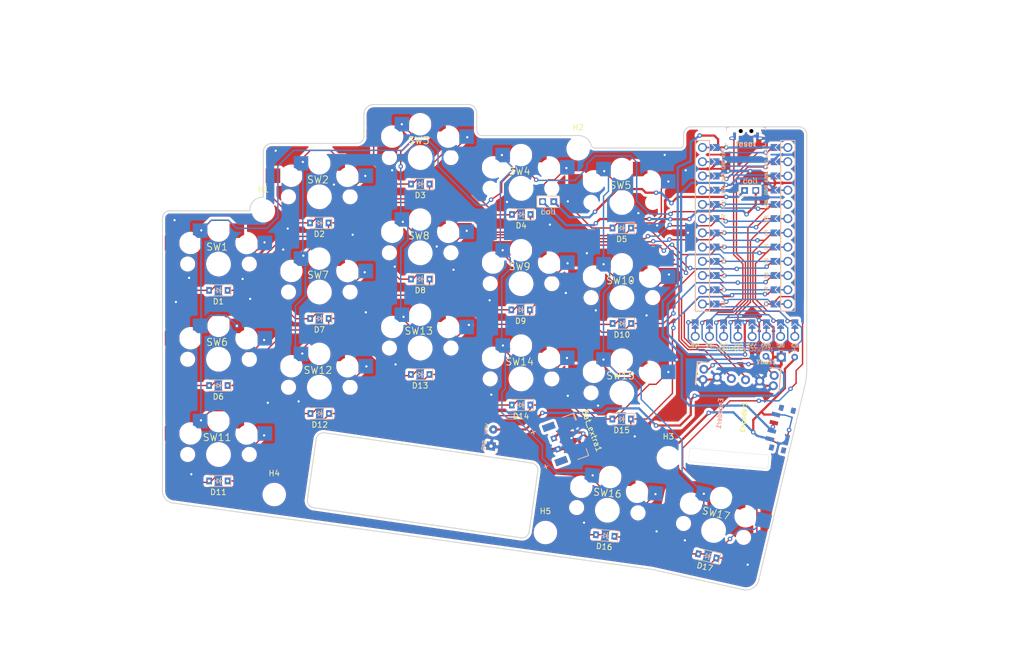
<source format=kicad_pcb>
(kicad_pcb (version 20211014) (generator pcbnew)
  (layers (0 "F.Cu" signal) (31 "B.Cu" signal) (34 "B.Paste" user) (35 "F.Paste" user) (36 "B.SilkS" user "B.Silkscreen") (37 "F.SilkS" user "F.Silkscreen") (38 "B.Mask" user) (39 "F.Mask" user) (44 "Edge.Cuts" user))
  (net 0 "")
  (net 1 "VBat")
  (net 2 "GND")
  (net 3 "row1")
  (net 4 "Net-(D1-Pad2)")
  (net 5 "Net-(D2-Pad2)")
  (net 6 "Net-(D3-Pad2)")
  (net 7 "Net-(D4-Pad2)")
  (net 8 "Net-(D5-Pad2)")
  (net 9 "row2")
  (net 10 "Net-(D6-Pad2)")
  (net 11 "Net-(D7-Pad2)")
  (net 12 "Net-(D8-Pad2)")
  (net 13 "Net-(D9-Pad2)")
  (net 14 "Net-(D10-Pad2)")
  (net 15 "row3")
  (net 16 "Net-(D11-Pad2)")
  (net 17 "Net-(D12-Pad2)")
  (net 18 "Net-(D13-Pad2)")
  (net 19 "Net-(D14-Pad2)")
  (net 20 "Net-(D15-Pad2)")
  (net 21 "row4")
  (net 22 "Net-(D16-Pad2)")
  (net 23 "Net-(D17-Pad2)")
  (net 24 "bsy")
  (net 25 "clk")
  (net 26 "cs")
  (net 27 "dc")
  (net 28 "din")
  (net 29 "rst")
  (net 30 "VCC")
  (net 31 "encoder_a")
  (net 32 "encoder_b")
  (net 33 "sw_encoder")
  (net 34 "col1")
  (net 35 "col2")
  (net 36 "col3")
  (net 37 "col4")
  (net 38 "col5")
  (net 39 "unconnected-(SW_Power1-Pad1)")
  (net 40 "VRaw")
  (net 41 "reset")
  (net 42 "Net-(Coil_input1-Pad1)")
  (net 43 "Net-(Coil_input1-Pad2)")
  (net 44 "Net-(VBus1-Padvbus)")
  (footprint "mylib:Kailh_Choc_Hotplug_reversible" (layer "F.Cu") (at 161 70.5)
    (fp_text reference "SW9")
    (fp_text value "SW_PUSH-kbd" hide)
  )
  (footprint "mylib:Kailh_Choc_Hotplug_reversible" (layer "F.Cu") (at 179 73)
    (fp_text reference "SW10")
    (fp_text value "SW_PUSH-kbd" hide)
  )
  (footprint "mylib:SW_Reset_vertical" (layer "F.Cu") (at 201.168 42.42)
    (fp_text reference "SW_Reset1" hide)
    (fp_text value "SW_RESET-kbd")
  )
  (footprint "mylib:Kailh_Choc_Hotplug_reversible" (layer "F.Cu") (at 179 90)
    (fp_text reference "SW15")
    (fp_text value "SW_PUSH-kbd" hide)
  )
  (footprint "mylib:Diode_SOD-123_reversible" (layer "F.Cu") (at 161.03 58.15 180)
    (fp_text reference "D4")
    (fp_text value "1N4148W" hide)
  )
  (footprint "mylib:Diode_SOD-123_reversible" (layer "F.Cu") (at 161 92.175 180)
    (fp_text reference "D14")
    (fp_text value "1N4148W" hide)
  )
  (footprint "mylib:Conn_EPD_Jumper" (layer "F.Cu") (at 201 79.275)
    (fp_text reference "Display1" hide)
    (fp_text value "Conn_Display_general")
  )
  (footprint "mylib:Diode_SOD-123_reversible" (layer "F.Cu") (at 125.06 93.69 180)
    (fp_text reference "D12")
    (fp_text value "1N4148W" hide)
  )
  (footprint "mylib:VBus_pad_reversible" (layer "F.Cu") (at 155.85 98.025 -98)
    (fp_text reference "WirelessCharger1" hide)
    (fp_text value "Conn_01x02_Female" hide)
  )
  (footprint "mylib:Diode_SOD-123_reversible" (layer "F.Cu") (at 106.98 105.72 180)
    (fp_text reference "D11")
    (fp_text value "1N4148W" hide)
  )
  (footprint "mylib:Diode_SOD-123_reversible" (layer "F.Cu") (at 178.975 60.575 180)
    (fp_text reference "D5")
    (fp_text value "1N4148W" hide)
  )
  (footprint "mylib:Diode_SOD-123_reversible" (layer "F.Cu") (at 178.95 94.675 180)
    (fp_text reference "D15")
    (fp_text value "1N4148W" hide)
  )
  (footprint "mylib:Diode_SOD-123_reversible" (layer "F.Cu") (at 194.254343 119.117065 167)
    (fp_text reference "D17")
    (fp_text value "1N4148W" hide)
  )
  (footprint "mylib:Diode_SOD-123_reversible" (layer "F.Cu") (at 160.92 75.18 180)
    (fp_text reference "D9")
    (fp_text value "1N4148W" hide)
  )
  (footprint "mylib:Kailh_Choc_Hotplug_reversible" (layer "F.Cu") (at 107 67)
    (fp_text reference "SW1")
    (fp_text value "SW_PUSH-kbd" hide)
  )
  (footprint "mylib:ProMicro_Jumpers" (layer "F.Cu") (at 201 60.175)
    (fp_text reference "U1" hide)
    (fp_text value "ProMicro-kbd")
  )
  (footprint "mylib:Battery_connector_lim_reversible" (layer "F.Cu") (at 168 98.775 -70)
    (fp_text reference "Bat_extra1")
    (fp_text value "Conn_Battery_pluggable")
  )
  (footprint "MountingHole:MountingHole_3.2mm_M3_DIN965" (layer "F.Cu") (at 187.3 101.6)
    (fp_text reference "H3")
    (fp_text value "MountingHole")
  )
  (footprint "mylib:Diode_SOD-123_reversible" (layer "F.Cu") (at 142.99 86.71 180)
    (fp_text reference "D13")
    (fp_text value "1N4148W" hide)
  )
  (footprint "mylib:Diode_SOD-123_reversible" (layer "F.Cu") (at 176.020767 115.468679 175)
    (fp_text reference "D16")
    (fp_text value "1N4148W" hide)
  )
  (footprint "mylib:Diode_SOD-123_reversible" (layer "F.Cu") (at 106.98 71.7 180)
    (fp_text reference "D1")
    (fp_text value "1N4148W" hide)
  )
  (footprint "mylib:RollerEncoder_EVQWGD001_reversible" (layer "F.Cu") (at 199.321127 93.163087 -95)
    (fp_text reference "Encoder1")
    (fp_text value "RotaryEncoder")
    (fp_line (start 9.8 7.3) (end 9.8 -6.3) (layer "Edge.Cuts") (width 0.05))
    (fp_line (start 9.5 -6.6) (end 7.7 -6.6) (layer "Edge.Cuts") (width 0.05))
    (fp_line (start 7.4 -6.3) (end 7.4 7.3) (layer "Edge.Cuts") (width 0.05))
    (fp_line (start 7.7 7.6) (end 9.5 7.6) (layer "Edge.Cuts") (width 0.05))
    (fp_arc (start 9.5 -6.6) (mid 9.712132 -6.512132) (end 9.8 -6.3) (layer "Edge.Cuts") (width 0.05))
    (fp_arc (start 7.7 7.6) (mid 7.487868 7.512132) (end 7.4 7.3) (layer "Edge.Cuts") (width 0.05))
    (fp_arc (start 7.4 -6.3) (mid 7.487868 -6.512132) (end 7.7 -6.6) (layer "Edge.Cuts") (width 0.05))
    (fp_arc (start 9.8 7.3) (mid 9.712132 7.512132) (end 9.5 7.6) (layer "Edge.Cuts") (width 0.05))
  )
  (footprint "mylib:Kailh_Choc_Hotplug_reversible" (layer "F.Cu") (at 143 48)
    (fp_text reference "SW3")
    (fp_text value "SW_PUSH-kbd" hide)
  )
  (footprint "mylib:Kailh_Choc_Hotplug_reversible" (layer "F.Cu") (at 107 84)
    (fp_text reference "SW6")
    (fp_text value "SW_PUSH-kbd" hide)
  )
  (footprint "mylib:Diode_SOD-123_reversible" (layer "F.Cu") (at 124.99 59.66 180)
    (fp_text reference "D2")
    (fp_text value "1N4148W" hide)
  )
  (footprint "mylib:Kailh_Choc_Hotplug_reversible" (layer "F.Cu") (at 195.367403 114.55 -13)
    (fp_text reference "SW17")
    (fp_text value "SW_PUSH-kbd" hide)
  )
  (footprint "MountingHole:MountingHole_3.2mm_M3_DIN965" (layer "F.Cu") (at 116.95 108.15)
    (fp_text reference "H4")
    (fp_text value "MountingHole")
  )
  (footprint "mylib:GND_1pin_conn" (layer "F.Cu") (at 204.7 83.475)
    (fp_text reference "VBus1")
    (fp_text value "Conn_01x01_Female" hide)
  )
  (footprint "mylib:Kailh_Choc_Hotplug_reversible" (layer "F.Cu") (at 179 56)
    (fp_text reference "SW5")
    (fp_text value "SW_PUSH-kbd" hide)
  )
  (footprint "mylib:Power_reversible" (layer "F.Cu") (at 207.65 96.475 76.2)
    (fp_text reference "SW_Power1" hide)
    (fp_text value "SW_Battery-kbd")
  )
  (footprint "mylib:Kailh_Choc_Hotplug_reversible" (layer "F.Cu") (at 176.407158 110.95 -5)
    (fp_text reference "SW16")
    (fp_text value "SW_PUSH-kbd" hide)
  )
  (footprint "mylib:Diode_SOD-123_reversible" (layer "F.Cu") (at 106.97 88.69 180)
    (fp_text reference "D6")
    (fp_text value "1N4148W" hide)
  )
  (footprint "mylib:Diode_SOD-123_reversible" (layer "F.Cu") (at 179 77.625 180)
    (fp_text reference "D10")
    (fp_text value "1N4148W" hide)
  )
  (footprint "mylib:Kailh_Choc_Hotplug_reversible" (layer "F.Cu") (at 143 82)
    (fp_text reference "SW13")
    (fp_text value "SW_PUSH-kbd" hide)
  )
  (footprint "mylib:Diode_SOD-123_reversible" (layer "F.Cu") (at 143.01 69.7 180)
    (fp_text reference "D8")
    (fp_text value "1N4148W" hide)
  )
  (footprint "mylib:Kailh_Choc_Hotplug_reversible" (layer "F.Cu") (at 161 53.5)
    (fp_text reference "SW4")
    (fp_text value "SW_PUSH-kbd" hide)
  )
  (footprint "mylib:Kailh_Choc_Hotplug_reversible" (layer "F.Cu") (at 107 101)
    (fp_text reference "SW11")
    (fp_text value "SW_PUSH-kbd" hide)
  )
  (footprint "mylib:Kailh_Choc_Hotplug_reversible" (layer "F.Cu") (at 125 55)
    (fp_text reference "SW2")
    (fp_text value "SW_PUSH-kbd" hide)
  )
  (footprint "mylib:Kailh_Choc_Hotplug_reversible" (layer "F.Cu") (at 143 65)
    (fp_text reference "SW8")
    (fp_text value "SW_PUSH-kbd" hide)
  )
  (footprint "mylib:WirelessChager_pads_reversible" (layer "F.Cu") (at 201.9 53.875)
    (fp_text reference "Coil_output1" hide)
    (fp_text value "Conn_01x02_Female")
  )
  (footprint "MountingHole:MountingHole_3.2mm_M3_DIN965" (layer "F.Cu") (at 171.2 46.425)
    (fp_text reference "H2")
    (fp_text value "MountingHole")
  )
  (footprint "MountingHole:MountingHole_3.2mm_M3_DIN965" (layer "F.Cu") (at 115 57.5)
    (fp_text reference "H1")
    (fp_text value "MountingHole")
  )
  (footprint "mylib:Diode_SOD-123_reversible" (layer "F.Cu") (at 125.01 76.73 180)
    (fp_text reference "D7")
    (fp_text value "1N4148W" hide)
  )
  (footprint "mylib:Kailh_Choc_Hotplug_reversible" (layer "F.Cu") (at 161 87.5)
    (fp_text reference "SW14")
    (fp_text value "SW_PUSH-kbd" hide)
  )
  (footprint "mylib:Kailh_Choc_Hotplug_reversible" (layer "F.Cu") (at 125 72)
    (fp_text reference "SW7")
    (fp_text value "SW_PUSH-kbd" hide)
  )
  (footprint "mylib:Kailh_Choc_Hotplug_reversible" (layer "F.Cu") (at 125 89)
    (fp_text reference "SW12")
    (fp_text value "SW_PUSH-kbd" hide)
  )
  (footprint "mylib:Diode_SOD-123_reversible" (layer "F.Cu") (at 143.01 52.73 180)
    (fp_text reference "D3")
    (fp_text value "1N4148W" hide)
  )
  (footprint "MountingHole:MountingHole_3.2mm_M3_DIN965" (layer "F.Cu") (at 165.35 114.93)
    (fp_text reference "H5")
    (fp_text value "MountingHole")
  )
  (footprint "mylib:Battery_pads_reversible" (layer "B.Cu") (at 208.65 83.625 180)
    (fp_text reference "Bat_main1" hide)
    (fp_text value "Conn_Battery_solderable")
  )
  (footprint "mylib:WirelessChager_pads_reversible" (layer "B.Cu") (at 165.85 55.875 180)
    (fp_text reference "Coil_input1" hide)
    (fp_text value "Conn_01x02_Female")
  )
  (gr_arc (start 112.6 57.5) (mid 113.257623 55.750714) (end 115 55.075) (layer "Edge.Cuts") (width 0.16))
  (gr_arc (start 132.95 40.325) (mid 133.439876 39.089782) (end 134.645025 38.53) (layer "Edge.Cuts") (width 0.16))
  (gr_line (start 210.5 42.5) (end 191.5 42.5) (layer "Edge.Cuts") (width 0.16))
  (gr_arc (start 124.449816 98.22641) (mid 124.946799 97.375362) (end 125.9 97.125) (layer "Edge.Cuts") (width 0.16))
  (gr_arc (start 154.05 44.075) (mid 153.367893 43.771751) (end 153.1 43.075) (layer "Edge.Cuts") (width 0.16))
  (gr_line (start 154.05 44.075) (end 171.2 44.075) (layer "Edge.Cuts") (width 0.16))
  (gr_line (start 116.5 45.475) (end 131.75 45.475) (layer "Edge.Cuts") (width 0.16))
  (gr_arc (start 123.975612 110.500798) (mid 123.124564 110.003815) (end 122.874202 109.050614) (layer "Edge.Cuts") (width 0.16))
  (gr_arc (start 190 45.675) (mid 189.822479 46.08916) (end 189.424247 46.3) (layer "Edge.Cuts") (width 0.16))
  (gr_line (start 97 107.5) (end 97 58.775) (layer "Edge.Cuts") (width 0.16))
  (gr_line (start 203.44 123.445) (end 211.55 89.125) (layer "Edge.Cuts") (width 0.16))
  (gr_line (start 132.95 44.225) (end 132.95 40.325) (layer "Edge.Cuts") (width 0.16))
  (gr_line (start 123.975612 110.500798) (end 160.999816 115.87641) (layer "Edge.Cuts") (width 0.16))
  (gr_line (start 98.35 57.5) (end 112.6 57.5) (layer "Edge.Cuts") (width 0.16))
  (gr_arc (start 162.9 102.525) (mid 163.751048 103.021983) (end 164.00141 103.975184) (layer "Edge.Cuts") (width 0.16))
  (gr_arc (start 174.15 46.3) (mid 173.725975 46.125963) (end 173.50527 45.724247) (layer "Edge.Cuts") (width 0.16))
  (gr_line (start 115 55.075) (end 115 46.975) (layer "Edge.Cuts") (width 0.16))
  (gr_arc (start 151.6 38.53) (mid 152.656433 38.959133) (end 153.1 40.009587) (layer "Edge.Cuts") (width 0.16))
  (gr_line (start 164.00141 103.975184) (end 162.45 114.775) (layer "Edge.Cuts") (width 0.16))
  (gr_arc (start 210.5 42.5) (mid 211.498616 42.830357) (end 212 43.75) (layer "Edge.Cuts") (width 0.16))
  (gr_arc (start 203.44 123.445) (mid 202.392867 124.835418) (end 200.68 125.145) (layer "Edge.Cuts") (width 0.16))
  (gr_line (start 125.9 97.125) (end 162.9 102.525) (layer "Edge.Cuts") (width 0.16))
  (gr_line (start 98.640175 109.634628) (end 184.375 121.525) (layer "Edge.Cuts") (width 0.16))
  (gr_line (start 174.15 46.3) (end 189.424247 46.3) (layer "Edge.Cuts") (width 0.16))
  (gr_line (start 153.1 40.009587) (end 153.1 43.075) (layer "Edge.Cuts") (width 0.16))
  (gr_line (start 122.874202 109.050614) (end 124.449816 98.22641) (layer "Edge.Cuts") (width 0.16))
  (gr_arc (start 212 86) (mid 211.869969 87.576176) (end 211.55 89.125) (layer "Edge.Cuts") (width 0.16))
  (gr_line (start 200.68 125.145) (end 184.375 121.525) (layer "Edge.Cuts") (width 0.16))
  (gr_line (start 212 43.75) (end 212 86) (layer "Edge.Cuts") (width 0.16))
  (gr_arc (start 98.640175 109.634628) (mid 97.443179 108.856917) (end 97 107.5) (layer "Edge.Cuts") (width 0.16))
  (gr_arc (start 115 46.975) (mid 115.43934 45.91434) (end 116.5 45.475) (layer "Edge.Cuts") (width 0.16))
  (gr_arc (start 97 58.775) (mid 97.410939 57.857906) (end 98.35 57.5) (layer "Edge.Cuts") (width 0.16))
  (gr_line (start 134.645025 38.53) (end 151.6 38.53) (layer "Edge.Cuts") (width 0.16))
  (gr_line (start 190 43.75) (end 190 45.675) (layer "Edge.Cuts") (width 0.16))
  (gr_arc (start 171.2 44.075) (mid 172.631982 44.509161) (end 173.50527 45.724247) (layer "Edge.Cuts") (width 0.16))
  (gr_arc (start 132.95 44.225) (mid 132.608883 45.098528) (end 131.75 45.475) (layer "Edge.Cuts") (width 0.16))
  (gr_arc (start 190 43.75) (mid 190.499172 42.824006) (end 191.5 42.5) (layer "Edge.Cuts") (width 0.16))
  (gr_arc (start 162.45 114.775) (mid 161.953017 115.626048) (end 160.999816 115.87641) (layer "Edge.Cuts") (width 0.16))
  (segment (start 208.1 85.725) (end 209.85 83.975) (width 0.4) (layer "F.Cu") (net 1))
  (segment (start 194.5 93.625) (end 189.25 98.875) (width 0.4) (layer "F.Cu") (net 1))
  (segment (start 171.901127 97.076127) (end 172.1 97.275) (width 0.4) (layer "F.Cu") (net 1))
  (segment (start 202.45 97.025) (end 202.45 94.825) (width 0.4) (layer "F.Cu") (net 1))
  (segment (start 166.859241 98.126025) (end 167.909139 97.076127) (width 0.4) (layer "F.Cu") (net 1))
  (segment (start 173.7 98.875) (end 172.1 97.275) (width 0.4) (layer "F.Cu") (net 1))
  (segment (start 209.85 83.975) (end 209.85 83.625) (width 0.4) (layer "F.Cu") (net 1))
  (segment (start 208.1 89.175) (end 208.1 85.725) (width 0.4) (layer "F.Cu") (net 1))
  (segment (start 203.9 93.375) (end 204.397514 93.872514) (width 0.4) (layer "F.Cu") (net 1))
  (segment (start 194.5 93.575) (end 194.5 93.625) (width 0.4) (layer "F.Cu") (net 1))
  (segment (start 203.9 93.375) (end 208.1 89.175) (width 0.4) (layer "F.Cu") (net 1))
  (segment (start 202.45 94.825) (end 203.9 93.375) (width 0.4) (layer "F.Cu") (net 1))
  (segment (start 204.397514 93.872514) (end 206.487215 93.872514) (width 0.4) (layer "F.Cu") (net 1))
  (segment (start 167.909139 97.076127) (end 170.840238 97.076127) (width 0.4) (layer "F.Cu") (net 1))
  (segment (start 189.25 98.875) (end 173.7 98.875) (width 0.4) (layer "F.Cu") (net 1))
  (segment (start 170.840238 97.076127) (end 171.901127 97.076127) (width 0.4) (layer "F.Cu") (net 1))
  (via (at 202.45 97.025) (size 0.8) (drill 0.4) (layers "F.Cu" "B.Cu") (net 1))
  (via (at 194.5 93.575) (size 0.8) (drill 0.4) (layers "F.Cu" "B.Cu") (net 1))
  (via (at 172.1 97.275) (size 0.8) (drill 0.4) (layers "F.Cu" "B.Cu") (net 1))
  (segment (start 202.45 97.025) (end 198.9 93.475) (width 0.4) (layer "B.Cu") (net 1))
  (segment (start 194.6 93.475) (end 194.5 93.575) (width 0.4) (layer "B.Cu") (net 1))
  (segment (start 198.9 93.475) (end 194.6 93.475) (width 0.4) (layer "B.Cu") (net 1))
  (segment (start 172.1 97.275) (end 172.1 97.418506) (width 0.4) (layer "B.Cu") (net 1))
  (segment (start 203.15 97.675) (end 205.413815 98.242619) (width 0.4) (layer "B.Cu") (net 1))
  (segment (start 202.45 97.025) (end 203.15 97.675) (width 0.4) (layer "B.Cu") (net 1))
  (segment (start 172.1 97.418506) (end 171.267764 98.250742) (width 0.4) (layer "B.Cu") (net 1))
  (segment (start 193.480879 93.194121) (end 193.480879 87.633032) (width 0.4) (layer "F.Cu") (net 2))
  (segment (start 188.9 97.775) (end 193.480879 93.194121) (width 0.4) (layer "F.Cu") (net 2))
  (segment (start 204.706 77.055) (end 204.792 77.141) (width 0.25) (layer "F.Cu") (net 2))
  (segment (start 202.76 51.285) (end 205.826 51.285) (width 0.4) (layer "F.Cu") (net 2))
  (segment (start 191.533006 87.633032) (end 193.480879 87.633032) (width 0.4) (layer "F.Cu") (net 2))
  (segment (start 186.7 58.728888) (end 185.303058 60.12583) (width 0.4) (layer "F.Cu") (net 2))
  (segment (start 204.32 81.655) (end 202.8 83.175) (width 0.4) (layer "F.Cu") (net 2))
  (segment (start 206.08 78.429) (end 204.792 77.141) (width 0.4) (layer "F.Cu") (net 2))
  (segment (start 206.08 81.655) (end 204.32 81.655) (width 0.4) (layer "F.Cu") (net 2))
  (segment (start 196.27 48.745) (end 197.95 50.425) (width 0.4) (layer "F.Cu") (net 2))
  (segment (start 203.668 44.57) (end 203.618 44.57) (width 0.25) (layer "F.Cu") (net 2))
  (segment (start 202 89.475) (end 203.583445 87.891555) (width 0.4) (layer "F.Cu") (net 2))
  (segment (start 195.610272 87.633032) (end 196.015876 87.227428) (width 0.4) (layer "F.Cu") (net 2))
  (segment (start 169.422606 100.052394) (end 171.224258 98.250742) (width 0.4) (layer "F.Cu") (net 2))
  (segment (start 206.45 52.525) (end 205.826 51.285) (width 0.4) (layer "F.Cu") (net 2))
  (segment (start 209.285 44.57) (end 210.15 45.435) (width 0.4) (layer "F.Cu") (net 2))
  (segment (start 196.174 48.745) (end 194.894 50.025) (width 0.4) (layer "F.Cu") (net 2))
  (segment (start 170.175742 98.250742) (end 171.267764 98.250742) (width 0.4) (layer "F.Cu") (net 2))
  (segment (start 210.15 45.435) (end 210.15 51.975) (width 0.4) (layer "F.Cu") (net 2))
  (segment (start 206.08 81.655) (end 206.08 78.429) (width 0.4) (layer "F.Cu") (net 2))
  (segment (start 206.08 81.655) (end 207.03 81.655) (width 0.4) (layer "F.Cu") (net 2))
  (segment (start 203.60688 87.891555) (end 204.44652 88.731195) (width 0.4) (layer "F.Cu") (net 2))
  (segment (start 203.48 77.055) (end 204.706 77.055) (width 0.25) (layer "F.Cu") (net 2))
  (segment (start 194.894 50.025) (end 192.314074 50.025) (width 0.4) (layer "F.Cu") (net 2))
  (segment (start 181.3 97.775) (end 188.9 97.775) (width 0.4) (layer "F.Cu") (net 2))
  (segment (start 205.25 53.825) (end 204.05 52.625) (width 0.4) (layer "F.Cu") (net 2))
  (segment (start 203.668 44.57) (end 209.285 44.57) (width 0.4) (layer "F.Cu") (net 2))
  (segment (start 198.3 89.475) (end 202 89.475) (width 0.4) (layer "F.Cu") (net 2))
  (segment (start 170 98.075) (end 170.175742 98.250742) (width 0.4) (layer "F.Cu") (net 2))
  (segment (start 209.6 52.525) (end 206.45 52.525) (width 0.4) (layer "F.Cu") (net 2))
  (segment (start 206.45 52.525) (end 205.826 53.825) (width 0.4) (layer "F.Cu") (net 2))
  (segment (start 207.03 81.655) (end 207.45 82.075) (width 0.4) (layer "F.Cu") (net 2))
  (segment (start 201.9 50.425) (end 202.76 51.285) (width 0.4) (layer "F.Cu") (net 2))
  (segment (start 167.560382 100.052394) (end 169.422606 100.052394) (width 0.4) (layer "F.Cu") (net 2))
  (segment (start 204.44652 88.731195) (end 206.032932 88.731195) (width 0.4) (layer "F.Cu") (net 2))
  (segment (start 203.618 44.57) (end 203.218 44.17) (width 0.25) (layer "F.Cu") (net 2))
  (segment (start 207.45 82.075) (end 207.45 83.625) (width 0.4) (layer "F.Cu") (net 2))
  (segment (start 186.7 55.639074) (end 186.7 58.728888) (width 0.4) (layer "F.Cu") (net 2))
  (segment (start 171.224258 98.250742) (end 171.267764 98.250742) (width 0.4) (layer "F.Cu") (net 2))
  (segment (start 196.174 48.745) (end 196.27 48.745) (width 0.4) (layer "F.Cu") (net 2))
  (segment (start 193.480879 87.633032) (end 195.610272 87.633032) (width 0.4) (layer "F.Cu") (net 2))
  (segment (start 196.015876 87.227428) (end 196.052428 87.227428) (width 0.4) (layer "F.Cu") (net 2))
  (segment (start 205.826 53.825) (end 205.25 53.825) (width 0.4) (layer "F.Cu") (net 2))
  (segment (start 188.8 84.075) (end 188.8 84.900026) (width 0.4) (layer "F.Cu") (net 2))
  (segment (start 196.052428 87.227428) (end 198.3 89.475) (width 0.4) (layer "F.Cu") (net 2))
  (segment (start 210.15 51.975) (end 209.6 52.525) (width 0.4) (layer "F.Cu") (net 2))
  (segment (start 188.8 84.900026) (end 191.533006 87.633032) (width 0.4) (layer "F.Cu") (net 2))
  (segment (start 196.174 48.745) (end 197.55 48.745) (width 0.4) (layer "F.Cu") (net 2))
  (segment (start 203.583445 87.891555) (end 203.60688 87.891555) (width 0.4) (layer "F.Cu") (net 2))
  (segment (start 155.64124 99.510402) (end 167.560382 100.052394) (width 0.4) (layer "F.Cu") (net 2))
  (segment (start 192.314074 50.025) (end 186.7 55.639074) (width 0.4) (layer "F.Cu") (net 2))
  (via (at 127.6 52.825) (size 0.8) (drill 0.4) (layers "F.Cu" "B.Cu") (net 2))
  (via (at 169 72.175) (size 0.8) (drill 0.4) (layers "F.Cu" "B.Cu") (net 2))
  (via (at 130.95 61.775) (size 0.8) (drill 0.4) (layers "F.Cu" "B.Cu") (net 2))
  (via (at 119.35 60.675) (size 0.8) (drill 0.4) (layers "F.Cu" "B.Cu") (net 2))
  (via (at 138.6 84.925) (size 0.8) (drill 0.4) (layers "F.Cu" "B.Cu") (net 2))
  (via (at 138.45 67.475) (size 0.8) (drill 0.4) (layers "F.Cu" "B.Cu") (net 2))
  (via (at 172.25 113.175) (size 0.8) (drill 0.4) (layers "F.Cu" "B.Cu") (net 2))
  (via (at 112.65 73.225) (size 0.8) (drill 0.4) (layers "F.Cu" "B.Cu") (net 2))
  (via (at 174.35 75.275) (size 0.8) (drill 0.4) (layers "F.Cu" "B.Cu") (net 2))
  (via (at 138 50.275) (size 0.8) (drill 0.4) (layers "F.Cu" "B.Cu") (net 2))
  (via (at 202.8 83.175) (size 0.8) (drill 0.4) (layers "F.Cu" "B.Cu") (net 2))
  (via (at 145.95 63.875) (size 0.8) (drill 0.4) (layers "F.Cu" "B.Cu") (net 2))
  (via (at 190.4 50.275) (size 0.8) (drill 0.4) (layers "F.Cu" "B.Cu") (net 2))
  (via (at 118.55 64.425) (size 0.8) (drill 0.4) (layers "F.Cu" "B.Cu") (net 2))
  (via (at 169.35 90.525) (size 0.8) (drill 0.4) (layers "F.Cu" "B.Cu") (net 2))
  (via (at 101.75 69.475) (size 0.8) (drill 0.4) (layers "F.Cu" "B.Cu") (net 2))
  (via (at 183.4 76.175) (size 0.8) (drill 0.4) (layers "F.Cu" "B.Cu") (net 2))
  (via (at 155.7 90.325) (size 0.8) (drill 0.4) (layers "F.Cu" "B.Cu") (net 2))
  (via (at 180.7 70.025) (size 0.8) (drill 0.4) (layers "F.Cu" "B.Cu") (net 2))
  (via (at 133.3 75.625) (size 0.8) (drill 0.4) (layers "F.Cu" "B.Cu") (net 2))
  (via (at 190.25 116.325) (size 0.8) (drill 0.4) (layers "F.Cu" "B.Cu") (net 2))
  (via (at 169.35 55.825) (size 0.8) (drill 0.4) (layers "F.Cu" "B.Cu") (net 2))
  (via (at 99.4 73.775) (size 0.8) (drill 0.4) (layers "F.Cu" "B.Cu") (net 2))
  (via (at 172.75 65.075) (size 0.8) (drill 0.4) (layers "F.Cu" "B.Cu") (net 2))
  (via (at 181.95 57.925) (size 0.8) (drill 0.4) (layers "F.Cu" "B.Cu") (net 2))
  (via (at 188.8 84.075) (size 0.8) (drill 0.4) (layers "F.Cu" "B.Cu") (net 2))
  (via (at 185.2 114.725) (size 0.8) (drill 0.4) (layers "F.Cu" "B.Cu") (net 2))
  (via (at 174.75 92.275) (size 0.8) (drill 0.4) (layers "F.Cu" "B.Cu") (net 2))
  (via (at 99.15 59.175) (size 0.8) (drill 0.4) (layers "F.Cu" "B.Cu") (net 2))
  (via (at 166.15 59.975) (size 0.8) (drill 0.4) (layers "F.Cu" "B.Cu") (net 2))
  (via (at 197.55 48.745) (size 0.8) (drill 0.4) (layers "F.Cu" "B.Cu") (net 2))
  (via (at 203.48 77.055) (size 0.8) (drill 0.4) (layers "F.Cu" "B.Cu") (net 2))
  (via (at 102.15 104.525) (size 0.8) (drill 0.4) (layers "F.Cu" "B.Cu") (net 2))
  (via (at 111.3 69.675) (size 0.8) (drill 0.4) (layers "F.Cu" "B.Cu") (net 2))
  (via (at 181.3 97.775) (size 0.8) (drill 0.4) (layers "F.Cu" "B.Cu") (net 2))
  (via (at 197.95 50.425) (size 0.8) (drill 0.4) (layers "F.Cu" "B.Cu") (net 2))
  (via (at 115.8 91.775) (size 0.8) (drill 0.4) (layers "F.Cu" "B.Cu") (net 2))
  (via (at 204.05 52.625) (size 0.8) (drill 0.4) (layers "F.Cu" "B.Cu") (net 2))
  (via (at 190.8 61.425) (size 0.8) (drill 0.4) (layers "F.Cu" "B.Cu") (net 2))
  (via (at 117.2 46.775) (size 0.8) (drill 0.4) (layers "F.Cu" "B.Cu") (net 2))
  (via (at 121.3 91.525) (size 0.8) (drill 0.4) (layers "F.Cu" "B.Cu") (net 2))
  (via (at 201.9 50.425) (size 0.8) (drill 0.4) (layers "F.Cu" "B.Cu") (net 2))
  (via (at 186.65 47.525) (size 0.8) (drill 0.4) (layers "F.Cu" "B.Cu") (net 2))
  (via (at 158.5 55.925) (size 0.8) (drill 0.4) (layers "F.Cu" "B.Cu") (net 2))
  (via (at 185.303058 60.12583) (size 0.8) (drill 0.4) (layers "F.Cu" "B.Cu") (net 2))
  (via (at 201.45 120.675) (size 0.8) (drill 0.4) (layers "F.Cu" "B.Cu") (net 2))
  (via (at 148.95 68.025) (size 0.8) (drill 0.4) (layers "F.Cu" "B.Cu") (net 2))
  (via (at 170 98.075) (size 0.8) (drill 0.4) (layers "F.Cu" "B.Cu") (net 2))
  (via (at 155.4 73.475) (size 0.8) (drill 0.4) (layers "F.Cu" "B.Cu") (net 2))
  (segment (start 170.840238 97.076127) (end 171.741365 96.175) (width 0.4) (layer "B.Cu") (net 2))
  (segment (start 210.35 46.505) (end 209.37 47.485) (width 0.4) (layer "B.Cu") (net 2))
  (segment (start 203.51 87.05) (end 202.8 86.34) (width 0.4) (layer "B.Cu") (net 2))
  (segment (start 188.8 84.075) (end 181.85 77.125) (width 0.4) (layer "B.Cu") (net 2))
  (segment (start 197.55 48.745) (end 205.826 48.745) (width 0.4) (layer "B.Cu") (net 2))
  (segment (start 197.788 76.525) (end 197.172 77.141) (width 0.25) (layer "B.Cu") (net 2))
  (segment (start 172.7 96.175) (end 174.4 97.875) (width 0.4) (layer "B.Cu") (net 2))
  (segment (start 210.35 45.545) (end 210.35 46.505) (width 0.4) (layer "B.Cu") (net 2))
  (segment (start 202.95 76.525) (end 197.788 76.525) (width 0.25) (layer "B.Cu") (net 2))
  (segment (start 207.086 47.485) (end 205.826 48.745) (width 0.4) (layer "B.Cu") (net 2))
  (segment (start 171.741365 96.175) (end 172.7 96.175) (width 0.4) (layer "B.Cu") (net 2))
  (segment (start 184.19917 60.12583) (end 185.303058 60.12583) (width 0.4) (layer "B.Cu") (net 2))
  (segment (start 181.2 97.875) (end 181.3 97.775) (width 0.4) (layer "B.Cu") (net 2))
  (segment (start 209.375 44.57) (end 210.35 45.545) (width 0.4) (layer "B.Cu") (net 2))
  (segment (start 181.85 62.475) (end 184.19917 60.12583) (width 0.4) (layer "B.Cu") (net 2))
  (segment (start 174.4 97.875) (end 181.2 97.875) (width 0.4) (layer "B.Cu") (net 2))
  (segment (start 197.95 50.425) (end 197.034 50.425) (width 0.4) (layer "B.Cu") (net 2))
  (segment (start 198.35 53.825) (end 199.55 52.625) (width 0.4) (layer "B.Cu") (net 2))
  (segment (start 181.85 77.125) (end 181.85 62.475) (width 0.4) (layer "B.Cu") (net 2))
  (segment (start 199.55 52.625) (end 204.05 52.625) (width 0.4) (layer "B.Cu") (net 2))
  (segment (start 203.48 77.055) (end 202.95 76.525) (width 0.25) (layer "B.Cu") (net 2))
  (segment (start 209.37 47.485) (end 207.086 47.485) (width 0.4) (layer "B.Cu") (net 2))
  (segment (start 203.668 44.57) (end 209.375 44.57) (width 0.4) (layer "B.Cu") (net 2))
  (segment (start 197.95 50.425) (end 201.9 50.425) (width 0.4) (layer "B.Cu") (net 2))
  (segment (start 196.174 53.825) (end 198.35 53.825) (width 0.4) (layer "B.Cu") (net 2))
  (segment (start 202.8 86.34) (end 202.8 83.175) (width 0.4) (layer "B.Cu") (net 2))
  (segment (start 197.034 50.425) (end 196.174 51.285) (width 0.4) (layer "B.Cu") (net 2))
  (segment (start 170.840238 97.076127) (end 170 97.916365) (width 0.4) (layer "B.Cu") (net 2))
  (segment (start 170 97.916365) (end 170 98.075) (width 0.4) (layer "B.Cu") (net 2))
  (segment (start 114.8 65.975) (end 118.7 62.075) (width 0.25) (layer "F.Cu") (net 3))
  (segment (start 196.174 69.065) (end 197.27 69.065) (width 0.25) (layer "F.Cu") (net 3))
  (segment (start 162.68 59.695) (end 162.68 58.15) (width 0.25) (layer "F.Cu") (net 3))
  (segment (start 162.68 60.775) (end 163.23 61.325) (width 0.25) (layer "F.Cu") (net 3))
  (segment (start 144.66 54.915) (end 144.66 52.73) (width 0.25) (layer "F.Cu") (net 3))
  (segment (start 126 62.075) (end 126.64 61.435) (width 0.25) (layer "F.Cu") (net 3))
  (segment (start 114.8 68.475) (end 114.8 65.975) (width 0.25) (layer "F.Cu") (net 3))
  (segment (start 126.64 61.435) (end 126.64 59.66) (width 0.25) (layer "F.Cu") (net 3))
  (segment (start 165.8 61.325) (end 166.4 61.925) (width 0.25) (layer "F.Cu") (net 3))
  (segment (start 180.625 60.675) (end 180.625 60.575) (width 0.25) (layer "F.Cu") (net 3))
  (segment (start 118.7 62.075) (end 126 62.075) (width 0.25) (layer "F.Cu") (net 3))
  (segment (start 144.2 55.375) (end 144.66 54.915) (width 0.25) (layer "F.Cu") (net 3))
  (segment (start 190.9 67.725) (end 191.2 67.725) (width 0.25) (layer "F.Cu") (net 3))
  (segment (start 179.375 61.925) (end 180.625 60.675) (width 0.25) (layer "F.Cu") (net 3))
  (segment (start 197.27 69.065) (end 197.29 69.085) (width 0.25) (layer "F.Cu") (net 3))
  (segment (start 108.63 71.7) (end 111.575 71.7) (width 0.25) (layer "F.Cu") (net 3))
  (segment (start 134.2 55.375) (end 144.2 55.375) (width 0.25) (layer "F.Cu") (net 3))
  (segment (start 149.69 54.915) (end 156.1 61.325) (width 0.25) (layer "F.Cu") (net 3))
  (segment (start 129.915 59.66) (end 134.2 55.375) (width 0.25) (layer "F.Cu") (net 3))
  (segment (start 166.4 61.925) (end 179.375 61.925) (width 0.25) (layer "F.Cu") (net 3))
  (segment (start 183.75 60.575) (end 190.9 67.725) (width 0.25) (layer "F.Cu") (net 3))
  (segment (start 126.64 59.66) (end 129.915 59.66) (width 0.25) (layer "F.Cu") (net 3))
  (segment (start 162.15 61.325) (end 162.68 60.795) (width 0.25) (layer "F.Cu") (net 3))
  (segment (start 163.23 61.325) (end 165.8 61.325) (width 0.25) (layer "F.Cu") (net 3))
  (segment (start 162.68 60.795) (end 162.68 59.695) (width 0.25) (layer "F.Cu") (net 3))
  (segment (start 156.1 61.325) (end 162.15 61.325) (width 0.25) (layer "F.Cu") (net 3))
  (segment (start 180.625 60.575) (end 183.75 60.575) (width 0.25) (layer "F.Cu") (net 3))
  (segment (start 144.66 54.915) (end 149.69 54.915) (width 0.25) (layer "F.Cu") (net 3))
  (segment (start 111.575 71.7) (end 114.8 68.475) (width 0.25) (layer "F.Cu") (net 3))
  (via (at 191.2 67.725) (size 0.8) (drill 0.4) (layers "F.Cu" "B.Cu") (net 3))
  (via (at 197.29 69.085) (size 0.8) (drill 0.4) (layers "F.Cu" "B.Cu") (net 3))
  (segment (start 191.3 67.825) (end 191.2 67.725) (width 0.25) (layer "B.Cu") (net 3))
  (segment (start 197.29 69.085) (end 197.29 68.681978) (width 0.25) (layer "B.Cu") (net 3))
  (segment (start 197.29 69.085) (end 197.31 69.065) (width 0.25) (layer "B.Cu") (net 3))
  (segment (start 197.29 68.681978) (end 196.433022 67.825) (width 0.25) (layer "B.Cu") (net 3))
  (segment (start 197.31 69.065) (end 205.826 69.065) (width 0.25) (layer "B.Cu") (net 3))
  (segment (start 196.433022 67.825) (end 191.3 67.825) (width 0.25) (layer "B.Cu") (net 3))
  (segment (start 112.8 65.555) (end 111.81 65.555) (width 0.25) (layer "F.Cu") (net 4))
  (segment (start 111.81 65.555) (end 105.665 71.7) (width 0.25) (layer "F.Cu") (net 4))
  (segment (start 115.22 63.135) (end 112.8 65.555) (width 0.25) (layer "F.Cu") (net 4))
  (segment (start 98.725 68.6) (end 101.825 71.7) (width 0.25) (layer "F.Cu") (net 4))
  (segment (start 105.665 71.7) (end 105.33 71.7) (width 0.25) (layer "F.Cu") (net 4))
  (segment (start 101.825 71.7) (end 105.33 71.7) (width 0.25) (layer "F.Cu") (net 4))
  (segment (start 98.725 63.25) (end 98.725 68.6) (width 0.25) (layer "F.Cu") (net 4))
  (via (at 115.22 63.135) (size 0.8) (drill 0.4) (layers "F.Cu" "B.Cu") (net 4))
  (segment (start 115.275 63.19) (end 115.22 63.135) (width 0.25) (layer "B.Cu") (net 4))
  (segment (start 115.275 63.25) (end 115.275 63.19) (width 0.25) (layer "B.Cu") (net 4))
  (segment (start 130.9 53.575) (end 129.7 53.575) (width 0.25) (layer "F.Cu") (net 5))
  (segment (start 123.615 59.66) (end 123.34 59.66) (width 0.25) (layer "F.Cu") (net 5))
  (segment (start 133.2 51.275) (end 130.9 53.575) (width 0.25) (layer "F.Cu") (net 5))
  (segment (start 116.725 55.236) (end 121.149 59.66) (width 0.25) (layer "F.Cu") (net 5))
  (segment (start 129.7 53.575) (end 123.615 59.66) (width 0.25) (layer "F.Cu") (net 5))
  (segment (start 116.725 51.25) (end 116.725 55.236) (width 0.25) (layer "F.Cu") (net 5))
  (segment (start 121.149 59.66) (end 123.34 59.66) (width 0.25) (layer "F.Cu") (net 5))
  (via (at 133.2 51.275) (size 0.8) (drill 0.4) (layers "F.Cu" "B.Cu") (net 5))
  (segment (start 133.225 51.25) (end 133.2 51.275) (width 0.4) (layer "B.Cu") (net 5))
  (segment (start 133.275 51.25) (end 133.225 51.25) (width 0.4) (layer "B.Cu") (net 5))
  (segment (start 149.2 46.575) (end 147.7575 46.575) (width 0.25) (layer "F.Cu") (net 6))
  (segment (start 134.7 48.573) (end 138.857 52.73) (width 0.25) (layer "F.Cu") (net 6))
  (segment (start 138.857 52.73) (end 141.36 52.73) (width 0.25) (layer "F.Cu") (net 6))
  (segment (start 134.725 44.25) (end 134.7 44.275) (width 0.25) (layer "F.Cu") (net 6))
  (segment (start 147.7575 46.575) (end 141.6025 52.73) (width 0.25) (layer "F.Cu") (net 6))
  (segment (start 134.7 44.275) (end 134.7 48.573) (width 0.25) (layer "F.Cu") (net 6))
  (segment (start 151.4 44.375) (end 149.2 46.575) (width 0.25) (layer "F.Cu") (net 6))
  (segment (start 141.6025 52.73) (end 141.36 52.73) (width 0.25) (layer "F.Cu") (net 6))
  (via (at 151.4 44.375) (size 0.8) (drill 0.4) (layers "F.Cu" "B.Cu") (net 6))
  (segment (start 151.275 44.25) (end 151.4 44.375) (width 0.25) (layer "B.Cu") (net 6))
  (segment (start 169.1 49.875) (end 167 51.975) (width 0.25) (layer "F.Cu") (net 7))
  (segment (start 152.725 54.406) (end 156.544 58.225) (width 0.25) (layer "F.Cu") (net 7))
  (segment (start 165.9 51.975) (end 159.725 58.15) (width 0.25) (layer "F.Cu") (net 7))
  (segment (start 159.305 58.225) (end 159.38 58.15) (width 0.25) (layer "F.Cu") (net 7))
  (segment (start 152.725 49.75) (end 152.725 54.406) (width 0.25) (layer "F.Cu") (net 7))
  (segment (start 159.725 58.15) (end 159.38 58.15) (width 0.25) (layer "F.Cu") (net 7))
  (segment (start 167 51.975) (end 165.9 51.975) (width 0.25) (layer "F.Cu") (net 7))
  (segment (start 156.544 58.225) (end 159.305 58.225) (width 0.25) (layer "F.Cu") (net 7))
  (via (at 169.1 49.875) (size 0.8) (drill 0.4) (layers "F.Cu" "B.Cu") (net 7))
  (segment (start 169.275 49.75) (end 169.225 49.75) (width 0.25) (layer "B.Cu") (net 7))
  (segment (start 169.225 49.75) (end 169.1 49.875) (width 0.25) (layer "B.Cu") (net 7))
  (segment (start 184.75 59.675) (end 178.225 59.675) (width 0.25) (layer "F.Cu") (net 8))
  (segment (start 186.05 53.525) (end 186.05 58.375) (width 0.25) (layer "F.Cu") (net 8))
  (segment (start 173.626 60.575) (end 177.325 60.575) (width 0.25) (layer "F.Cu") (net 8))
  (segment (start 186.05 58.375) (end 184.75 59.675) (width 0.25) (layer "F.Cu") (net 8))
  (segment (start 178.225 59.675) (end 177.325 60.575) (width 0.25) (layer "F.Cu") (net 8))
  (segment (start 170.725 57.674) (end 173.626 60.575) (width 0.25) (layer "F.Cu") (net 8))
  (segment (start 187.3 52.275) (end 186.05 53.525) (width 0.25) (layer "F.Cu") (net 8))
  (segment (start 170.725 52.25) (end 170.725 57.674) (width 0.25) (layer "F.Cu") (net 8))
  (via (at 187.3 52.275) (size 0.8) (drill 0.4) (layers "F.Cu" "B.Cu") (net 8))
  (segment (start 187.275 52.25) (end 187.3 52.275) (width 0.25) (layer "B.Cu") (net 8))
  (segment (start 114.7 85.275) (end 114.7 83.275) (width 0.25) (layer "F.Cu") (net 9))
  (segment (start 144.66 71.315) (end 148.44 71.315) (width 0.25) (layer "F.Cu") (net 9))
  (segment (start 108.62 88.69) (end 109.543008 88.69) (width 0.25) (layer "F.Cu") (net 9))
  (segment (start 154.9 77.775) (end 160.9 77.775) (width 0.25) (layer "F.Cu") (net 9))
  (segment (start 126.66 78.215) (end 126.66 76.73) (width 0.25) (layer "F.Cu") (net 9))
  (segment (start 162.57 76.105) (end 162.57 75.18) (width 0.25) (layer "F.Cu") (net 9))
  (segment (start 126.66 76.73) (end 129.945 76.73) (width 0.25) (layer "F.Cu") (net 9))
  (segment (start 126.1 78.775) (end 126.66 78.215) (width 0.25) (layer "F.Cu") (net 9))
  (segment (start 170.404994 74.175) (end 175.404994 79.175) (width 0.25) (layer "F.Cu") (net 9))
  (segment (start 196.174 71.605) (end 197.26 71.605) (width 0.25) (layer "F.Cu") (net 9))
  (segment (start 160.9 77.775) (end 162.57 76.105) (width 0.25) (layer "F.Cu") (net 9))
  (segment (start 119.2 78.775) (end 126.1 78.775) (width 0.25) (layer "F.Cu") (net 9))
  (segment (start 162.57 75.18) (end 163.575 74.175) (width 0.25) (layer "F.Cu") (net 9))
  (segment (start 114.7 83.275) (end 119.2 78.775) (width 0.25) (layer "F.Cu") (net 9))
  (segment (start 179.1 79.175) (end 180.65 77.625) (width 0.25) (layer "F.Cu") (net 9))
  (segment (start 113.6 86.375) (end 114.7 85.275) (width 0.25) (layer "F.Cu") (net 9))
  (segment (start 175.404994 79.175) (end 179.1 79.175) (width 0.25) (layer "F.Cu") (net 9))
  (segment (start 163.575 74.175) (end 170.404994 74.175) (width 0.25) (layer "F.Cu") (net 9))
  (segment (start 180.65 77.625) (end 186.4 77.625) (width 0.25) (layer "F.Cu") (net 9))
  (segment (start 129.945 76.73) (end 134.1 72.575) (width 0.25) (layer "F.Cu") (net 9))
  (segment (start 134.1 72.575) (end 143.4 72.575) (width 0.25) (layer "F.Cu") (net 9))
  (segment (start 109.543008 88.69) (end 111.858008 86.375) (width 0.25) (layer "F.Cu") (net 9))
  (segment (start 143.4 72.575) (end 144.66 71.315) (width 0.25) (layer "F.Cu") (net 9))
  (segment (start 148.44 71.315) (end 154.9 77.775) (width 0.25) (layer "F.Cu") (net 9))
  (segment (start 144.66 71.315) (end 144.66 69.7) (width 0.25) (layer "F.Cu") (net 9))
  (segment (start 186.4 77.625) (end 188.2 75.825) (width 0.25) (layer "F.Cu") (net 9))
  (segment (start 111.858008 86.375) (end 113.6 86.375) (width 0.25) (layer "F.Cu") (net 9))
  (via (at 197.26 71.605) (size 0.8) (drill 0.4) (layers "F.Cu" "B.Cu") (net 9))
  (via (at 188.2 75.825) (size 0.8) (drill 0.4) (layers "F.Cu" "B.Cu") (net 9))
  (segment (start 192.3 70.375) (end 188.2 74.475) (width 0.25) (layer "B.Cu") (net 9))
  (segment (start 196.443022 70.375) (end 192.3 70.375) (width 0.25) (layer "B.Cu") (net 9))
  (segment (start 197.26 71.605) (end 197.26 71.191978) (width 0.25) (layer "B.Cu") (net 9))
  (segment (start 188.2 74.475) (end 188.2 75.825) (width 0.25) (layer "B.Cu") (net 9))
  (segment (start 197.26 71.191978) (end 196.443022 70.375) (width 0.25) (layer "B.Cu") (net 9))
  (segment (start 197.26 71.605) (end 205.826 71.605) (width 0.25) (layer "B.Cu") (net 9))
  (segment (start 115.142 80.577) (end 113.11 82.609) (width 0.25) (layer "F.Cu") (net 10))
  (segment (start 101.411 88.69) (end 105.32 88.69) (width 0.25) (layer "F.Cu") (net 10))
  (segment (start 98.725 80.25) (end 98.632 80.343) (width 0.25) (layer "F.Cu") (net 10))
  (segment (start 111.84 82.609) (end 105.759 88.69) (width 0.25) (layer "F.Cu") (net 10))
  (segment (start 98.632 85.911) (end 101.411 88.69) (width 0.25) (layer "F.Cu") (net 10))
  (segment (start 113.11 82.609) (end 111.84 82.609) (width 0.25) (layer "F.Cu") (net 10))
  (segment (start 98.632 80.343) (end 98.632 85.911) (width 0.25) (layer "F.Cu") (net 10))
  (segment (start 105.759 88.69) (end 105.32 88.69) (width 0.25) (layer "F.Cu") (net 10))
  (via (at 115.142 80.577) (size 0.8) (drill 0.4) (layers "F.Cu" "B.Cu") (net 10))
  (segment (start 115.275 80.444) (end 115.142 80.577) (width 0.25) (layer "B.Cu") (net 10))
  (segment (start 115.275 80.25) (end 115.275 80.444) (width 0.25) (layer "B.Cu") (net 10))
  (segment (start 131 70.575) (end 129.7 70.575) (width 0.25) (layer "F.Cu") (net 11))
  (segment (start 123.545 76.73) (end 123.36 76.73) (width 0.25) (layer "F.Cu") (net 11))
  (segment (start 123.323 76.767) (end 123.36 76.73) (width 0.25) (layer "F.Cu") (net 11))
  (segment (start 120.73 76.767) (end 123.323 76.767) (width 0.25) (layer "F.Cu") (net 11))
  (segment (start 129.7 70.575) (end 123.545 76.73) (width 0.25) (layer "F.Cu") (net 11))
  (segment (start 133.1 68.475) (end 131 70.575) (width 0.25) (layer "F.Cu") (net 11))
  (segment (start 116.725 72.762) (end 120.73 76.767) (width 0.25) (layer "F.Cu") (net 11))
  (segment (start 116.725 68.25) (end 116.725 72.762) (width 0.25) (layer "F.Cu") (net 11))
  (via (at 133.1 68.475) (size 0.8) (drill 0.4) (layers "F.Cu" "B.Cu") (net 11))
  (segment (start 133.275 68.25) (end 133.275 68.3) (width 0.25) (layer "B.Cu") (net 11))
  (segment (start 133.275 68.3) (end 133.1 68.475) (width 0.25) (layer "B.Cu") (net 11))
  (segment (start 148.9 63.475) (end 147.9 63.475) (width 0.25) (layer "F.Cu") (net 12))
  (segment (start 139.317 69.7) (end 141.36 69.7) (width 0.25) (layer "F.Cu") (net 12))
  (segment (start 134.725 65.108) (end 139.317 69.7) (width 0.25) (layer "F.Cu") (net 12))
  (segment (start 147.9 63.475) (end 141.675 69.7) (width 0.25) (layer "F.Cu") (net 12))
  (segment (start 134.725 61.25) (end 134.725 65.108) (width 0.25) (layer "F.Cu") (net 12))
  (segment (start 141.675 69.7) (end 141.36 69.7) (width 0.25) (layer "F.Cu") (net 12))
  (segment (start 151.3 61.075) (end 148.9 63.475) (width 0.25) (layer "F.Cu") (net 12))
  (via (at 151.3 61.075) (size 0.8) (drill 0.4) (layers "F.Cu" "B.Cu") (net 12))
  (segment (start 151.275 61.25) (end 151.275 61.1) (width 0.25) (layer "B.Cu") (net 12))
  (segment (start 151.275 61.1) (end 151.3 61.075) (width 0.25) (layer "B.Cu") (net 12))
  (segment (start 169.3 66.875) (end 167.1 69.075) (width 0.25) (layer "F.Cu") (net 13))
  (segment (start 165.8 69.075) (end 159.695 75.18) (width 0.25) (layer "F.Cu") (net 13))
  (segment (start 152.734 66.759) (end 152.734 72.957) (width 0.25) (layer "F.Cu") (net 13))
  (segment (start 154.957 75.18) (end 159.27 75.18) (width 0.25) (layer "F.Cu") (net 13))
  (segment (start 159.695 75.18) (end 159.27 75.18) (width 0.25) (layer "F.Cu") (net 13))
  (segment (start 167.1 69.075) (end 165.8 69.075) (width 0.25) (layer "F.Cu") (net 13))
  (segment (start 152.734 72.957) (end 154.957 75.18) (width 0.25) (layer "F.Cu") (net 13))
  (segment (start 152.725 66.75) (end 152.734 66.759) (width 0.25) (layer "F.Cu") (net 13))
  (via (at 169.3 66.875) (size 0.8) (drill 0.4) (layers "F.Cu" "B.Cu") (net 13))
  (segment (start 169.275 66.85) (end 169.3 66.875) (width 0.25) (layer "B.Cu") (net 13))
  (segment (start 169.275 66.75) (end 169.275 66.85) (width 0.25) (layer "B.Cu") (net 13))
  (segment (start 184 71.475) (end 177.85 77.625) (width 0.25) (layer "F.Cu") (net 14))
  (segment (start 177.85 77.625) (end 177.35 77.625) (width 0.25) (layer "F.Cu") (net 14))
  (segment (start 170.725 73.6) (end 174.908 77.783) (width 0.25) (layer "F.Cu") (net 14))
  (segment (start 174.908 77.783) (end 177.192 77.783) (width 0.25) (layer "F.Cu") (net 14))
  (segment (start 187.4 68.875) (end 184.8 71.475) (width 0.25) (layer "F.Cu") (net 14))
  (segment (start 184.8 71.475) (end 184 71.475) (width 0.25) (layer "F.Cu") (net 14))
  (segment (start 170.725 69.25) (end 170.725 73.6) (width 0.25) (layer "F.Cu") (net 14))
  (segment (start 177.192 77.783) (end 177.35 77.625) (width 0.25) (layer "F.Cu") (net 14))
  (via (at 187.4 68.875) (size 0.8) (drill 0.4) (layers "F.Cu" "B.Cu") (net 14))
  (segment (start 187.275 69.25) (end 187.275 69) (width 0.25) (layer "B.Cu") (net 14))
  (segment (start 187.275 69) (end 187.4 68.875) (width 0.25) (layer "B.Cu") (net 14))
  (segment (start 170.1 92.175) (end 174.4 96.475) (width 0.25) (layer "F.Cu") (net 15))
  (segment (start 180 96.475) (end 180.6 95.875) (width 0.25) (layer "F.Cu") (net 15))
  (segment (start 146.535 86.71) (end 153.9 94.075) (width 0.25) (layer "F.Cu") (net 15))
  (segment (start 134.085 93.69) (end 137.7 90.075) (width 0.25) (layer "F.Cu") (net 15))
  (segment (start 188.025499 78.599501) (end 188.2 78.425) (width 0.25) (layer "F.Cu") (net 15))
  (segment (start 108.63 105.72) (end 112.655 105.72) (width 0.25) (layer "F.Cu") (net 15))
  (segment (start 161.45 94.075) (end 162.65 92.875) (width 0.25) (layer "F.Cu") (net 15))
  (segment (start 174.4 96.475) (end 180 96.475) (width 0.25) (layer "F.Cu") (net 15))
  (segment (start 153.9 94.075) (end 161.45 94.075) (width 0.25) (layer "F.Cu") (net 15))
  (segment (start 180.6 94.675) (end 183.45 94.675) (width 0.25) (layer "F.Cu") (net 15))
  (segment (start 188.025499 90.099501) (end 188.025499 78.599501) (width 0.25) (layer "F.Cu") (net 15))
  (segment (start 183.45 94.675) (end 188.025499 90.099501) (width 0.25) (layer "F.Cu") (net 15))
  (segment (start 162.65 92.875) (end 162.65 92.175) (width 0.25) (layer "F.Cu") (net 15))
  (segment (start 144.64 86.71) (end 146.535 86.71) (width 0.25) (layer "F.Cu") (net 15))
  (segment (start 197.23 74.145) (end 197.65 73.725) (width 0.25) (layer "F.Cu") (net 15))
  (segment (start 112.655 105.72) (end 122.4 95.975) (width 0.25) (layer "F.Cu") (net 15))
  (segment (start 122.4 95.975) (end 124.6 95.975) (width 0.25) (layer "F.Cu") (net 15))
  (segment (start 126.71 93.865) (end 126.71 93.69) (width 0.25) (layer "F.Cu") (net 15))
  (segment (start 162.65 92.175) (end 170.1 92.175) (width 0.25) (layer "F.Cu") (net 15))
  (segment (start 124.6 95.975) (end 126.71 93.865) (width 0.25) (layer "F.Cu") (net 15))
  (segment (start 180.6 95.875) (end 180.6 94.675) (width 0.25) (layer "F.Cu") (net 15))
  (segment (start 141.275 90.075) (end 144.64 86.71) (width 0.25) (layer "F.Cu") (net 15))
  (segment (start 196.174 74.145) (end 197.23 74.145) (width 0.25) (layer "F.Cu") (net 15))
  (segment (start 126.71 93.69) (end 134.085 93.69) (width 0.25) (layer "F.Cu") (net 15))
  (segment (start 137.7 90.075) (end 141.275 90.075) (width 0.25) (layer "F.Cu") (net 15))
  (via (at 197.65 73.725) (size 0.8) (drill 0.4) (layers "F.Cu" "B.Cu") (net 15))
  (via (at 188.2 78.425) (size 0.8) (drill 0.4) (layers "F.Cu" "B.Cu") (net 15))
  (segment (start 205.826 74.145) (end 205.006 73.325) (width 0.25) (layer "B.Cu") (net 15))
  (segment (start 198.05 73.325) (end 197.65 73.725) (width 0.25) (layer "B.Cu") (net 15))
  (segment (start 188.2 78.425) (end 188.2 77.425) (width 0.25) (layer "B.Cu") (net 15))
  (segment (start 196.8 72.875) (end 197.65 73.725) (width 0.25) (layer "B.Cu") (net 15))
  (segment (start 205.006 73.325) (end 198.05 73.325) (width 0.25) (layer "B.Cu") (net 15))
  (segment (start 192.75 72.875) (end 196.8 72.875) (width 0.25) (layer "B.Cu") (net 15))
  (segment (start 188.2 77.425) (end 192.75 72.875) (width 0.25) (layer "B.Cu") (net 15))
  (segment (start 101.426 105.977) (end 105.073 105.977) (width 0.25) (layer "F.Cu") (net 16))
  (segment (start 105.073 105.977) (end 105.33 105.72) (width 0.25) (layer "F.Cu") (net 16))
  (segment (start 98.725 97.25) (end 98.725 103.276) (width 0.25) (layer "F.Cu") (net 16))
  (segment (start 105.747 105.72) (end 105.33 105.72) (width 0.25) (layer "F.Cu") (net 16))
  (segment (start 115.142 97.595) (end 113.212 99.525) (width 0.25) (layer "F.Cu") (net 16))
  (segment (start 98.725 103.276) (end 101.426 105.977) (width 0.25) (layer "F.Cu") (net 16))
  (segment (start 111.942 99.525) (end 105.747 105.72) (width 0.25) (layer "F.Cu") (net 16))
  (segment (start 113.212 99.525) (end 111.942 99.525) (width 0.25) (layer "F.Cu") (net 16))
  (via (at 115.142 97.595) (size 0.8) (drill 0.4) (layers "F.Cu" "B.Cu") (net 16))
  (segment (start 115.275 97.462) (end 115.142 97.595) (width 0.25) (layer "B.Cu") (net 16))
  (segment (start 115.275 97.25) (end 115.275 97.462) (width 0.25) (layer "B.Cu") (net 16))
  (segment (start 129.8 87.575) (end 123.685 93.69) (width 0.25) (layer "F.Cu") (net 17))
  (segment (start 120.889 93.69) (end 123.41 93.69) (width 0.25) (layer "F.Cu") (net 17))
  (segment (start 133.4 85.275) (end 131.1 87.575) (width 0.25) (layer "F.Cu") (net 17))
  (segment (start 123.685 93.69) (end 123.41 93.69) (width 0.25) (layer "F.Cu") (net 17))
  (segment (start 116.725 85.25) (end 116.725 89.526) (width 0.25) (layer "F.Cu") (net 17))
  (segment (start 116.725 89.526) (end 120.889 93.69) (width 0.25) (layer "F.Cu") (net 17))
  (segment (start 131.1 87.575) (end 129.8 87.575) (width 0.25) (layer "F.Cu") (net 17))
  (via (at 133.4 85.275) (size 0.8) (drill 0.4) (layers "F.Cu" "B.Cu") (net 17))
  (segment (start 133.375 85.25) (end 133.4 85.275) (width 0.25) (layer "B.Cu") (net 17))
  (segment (start 133.275 85.25) (end 133.375 85.25) (width 0.25) (layer "B.Cu") (net 17))
  (segment (start 138.764 86.927) (end 141.123 86.927) (width 0.25) (layer "F.Cu") (net 18))
  (segment (start 148 80.475) (end 141.765 86.71) (width 0.25) (layer "F.Cu") (net 18))
  (segment (start 141.123 86.927) (end 141.34 86.71) (width 0.25) (layer "F.Cu") (net 18))
  (segment (start 141.765 86.71) (end 141.34 86.71) (width 0.25) (layer "F.Cu") (net 18))
  (segment (start 134.725 78.25) (end 134.725 82.888) (width 0.25) (layer "F.Cu") (net 18))
  (segment (start 134.725 82.888) (end 138.764 86.927) (width 0.25) (layer "F.Cu") (net 18))
  (segment (start 149.1 80.475) (end 148 80.475) (width 0.25) (layer "F.Cu") (net 18))
  (segment (start 151.7 77.875) (end 149.1 80.475) (width 0.25) (layer "F.Cu") (net 18))
  (via (at 151.7 77.875) (size 0.8) (drill 0.4) (layers "F.Cu" "B.Cu") (net 18))
  (segment (start 151.325 78.25) (end 151.7 77.875) (width 0.25) (layer "B.Cu") (net 18))
  (segment (start 151.275 78.25) (end 151.325 78.25) (width 0.25) (layer "B.Cu") (net 18))
  (segment (start 154.426 92.175) (end 159.35 92.175) (width 0.25) (layer "F.Cu") (net 19))
  (segment (start 159.6 92.175) (end 159.35 92.175) (width 0.25) (layer "F.Cu") (net 19))
  (segment (start 165.7 86.075) (end 159.6 92.175) (width 0.25) (layer "F.Cu") (net 19))
  (segment (start 169.2 83.775) (end 166.9 86.075) (width 0.25) (layer "F.Cu") (net 19))
  (segment (start 152.734 90.483) (end 154.426 92.175) (width 0.25) (layer "F.Cu") (net 19))
  (segment (start 166.9 86.075) (end 165.7 86.075) (width 0.25) (layer "F.Cu") (net 19))
  (segment (start 152.725 83.75) (end 152.734 83.759) (width 0.25) (layer "F.Cu") (net 19))
  (segment (start 152.734 83.759) (end 152.734 90.483) (width 0.25) (layer "F.Cu") (net 19))
  (via (at 169.2 83.775) (size 0.8) (drill 0.4) (layers "F.Cu" "B.Cu") (net 19))
  (segment (start 169.275 83.75) (end 169.225 83.75) (width 0.25) (layer "B.Cu") (net 19))
  (segment (start 169.225 83.75) (end 169.2 83.775) (width 0.25) (layer "B.Cu") (net 19))
  (segment (start 183.9 88.475) (end 177.7 94.675) (width 0.25) (layer "F.Cu") (net 20))
  (segment (start 174.452 94.675) (end 177.3 94.675) (width 0.25) (layer "F.Cu") (net 20))
  (segment (start 185.1 88.475) (end 183.9 88.475) (width 0.25) (layer "F.Cu") (net 20))
  (segment (start 170.768 90.991) (end 174.452 94.675) (width 0.25) (layer "F.Cu") (net 20))
  (segment (start 170.768 86.293) (end 170.768 90.991) (width 0.25) (layer "F.Cu") (net 20))
  (segment (start 170.725 86.25) (end 170.768 86.293) (width 0.25) (layer "F.Cu") (net 20))
  (segment (start 187.3 86.275) (end 185.1 88.475) (width 0.25) (layer "F.Cu") (net 20))
  (segment (start 177.7 94.675) (end 177.3 94.675) (width 0.25) (layer "F.Cu") (net 20))
  (via (at 187.3 86.275) (size 0.8) (drill 0.4) (layers "F.Cu" "B.Cu") (net 20))
  (segment (start 187.275 86.25) (end 187.3 86.275) (width 0.25) (layer "B.Cu") (net 20))
  (segment (start 198.3 91.425) (end 203.45 91.425) (width 0.25) (layer "F.Cu") (net 21))
  (segment (start 189.85 103.225) (end 189.85 99.875) (width 0.25) (layer "F.Cu") (net 21))
  (segment (start 195.862054 119.488234) (end 200.286766 119.488234) (width 0.25) (layer "F.Cu") (net 21))
  (segment (start 194.575288 120.775) (end 195.862054 119.488234) (width 0.25) (layer "F.Cu") (net 21))
  (segment (start 200.2 105.125) (end 191.75 105.125) (width 0.25) (layer "F.Cu") (net 21))
  (segment (start 209.73 72.825) (end 211.25 74.345) (width 0.25) (layer "F.Cu") (net 21))
  (segment (start 200.286766 119.488234) (end 203.1 116.675) (width 0.25) (layer "F.Cu") (net 21))
  (segment (start 203.1 116.675) (end 203.1 108.025) (width 0.25) (layer "F.Cu") (net 21))
  (segment (start 177.664488 115.612486) (end 177.770809 115.718807) (width 0.25) (layer "F.Cu") (net 21))
  (segment (start 191.75 105.125) (end 189.85 103.225) (width 0.25) (layer "F.Cu") (net 21))
  (segment (start 210.1 88.275) (end 209.1 89.275) (width 0.25) (layer "F.Cu") (net 21))
  (segment (start 211.25 84.875) (end 210.1 86.025) (width 0.25) (layer "F.Cu") (net 21))
  (segment (start 203.1 108.025) (end 200.2 105.125) (width 0.25) (layer "F.Cu") (net 21))
  (segment (start 187.7 120.775) (end 194.575288 120.775) (width 0.25) (layer "F.Cu") (net 21))
  (segment (start 189.85 99.875) (end 198.3 91.425) (width 0.25) (layer "F.Cu") (net 21))
  (segment (start 205.826 74.145) (end 204.801402 74.145) (width 0.25) (layer "F.Cu") (net 21))
  (segment (start 210.1 86.025) (end 210.1 88.275) (width 0.25) (layer "F.Cu") (net 21))
  (segment (start 211.25 74.345) (end 211.25 84.875) (width 0.25) (layer "F.Cu") (net 21))
  (segment (start 182.643807 115.718807) (end 187.7 120.775) (width 0.25) (layer "F.Cu") (net 21))
  (segment (start 177.770809 115.718807) (end 182.643807 115.718807) (width 0.25) (layer "F.Cu") (net 21))
  (segment (start 205.826 74.145) (end 207.146 72.825) (width 0.25) (layer "F.Cu") (net 21))
  (segment (start 204.801402 74.145) (end 204.765701 74.109299) (width 0.25) (layer "F.Cu") (net 21))
  (segment (start 207.146 72.825) (end 209.73 72.825) (width 0.25) (layer "F.Cu") (net 21))
  (via (at 204.765701 74.109299) (size 0.8) (drill 0.4) (layers "F.Cu" "B.Cu") (net 21))
  (via (at 203.45 91.425) (size 0.8) (drill 0.4) (layers "F.Cu" "B.Cu") (net 21))
  (via (at 209.1 89.275) (size 0.8) (drill 0.4) (layers "F.Cu" "B.Cu") (net 21))
  (segment (start 196.8 74.625) (end 204.25 74.625) (width 0.25) (layer "B.Cu") (net 21))
  (segment (start 207.05 91.425) (end 203.45 91.425) (width 0.25) (layer "B.Cu") (net 21))
  (segment (start 209.1 89.275) (end 209.1 89.375) (width 0.25) (layer "B.Cu") (net 21))
  (segment (start 196.32 74.145) (end 196.8 74.625) (width 0.25) (layer "B.Cu") (net 21))
  (segment (start 196.174 74.145) (end 196.32 74.145) (width 0.25) (layer "B.Cu") (net 21))
  (segment (start 209.1 89.375) (end 207.05 91.425) (width 0.25) (layer "B.Cu") (net 21))
  (segment (start 204.25 74.625) (end 204.765701 74.109299) (width 0.25) (layer "B.Cu") (net 21))
  (segment (start 168.615481 111.940481) (end 168.615481 106.618056) (width 0.25) (layer "F.Cu") (net 22))
  (segment (start 168.615481 106.618056) (end 168.490481 106.493056) (width 0.25) (layer "F.Cu") (net 22))
  (segment (start 181.1 109.875) (end 175.650128 115.324872) (width 0.25) (layer "F.Cu") (net 22))
  (segment (start 183.2 109.875) (end 181.1 109.875) (width 0.25) (layer "F.Cu") (net 22))
  (segment (start 175.650128 115.324872) (end 171.999872 115.324872) (width 0.25) (layer "F.Cu") (net 22))
  (segment (start 171.999872 115.324872) (end 168.615481 111.940481) (width 0.25) (layer "F.Cu") (net 22))
  (segment (start 185 108.075) (end 183.2 109.875) (width 0.25) (layer "F.Cu") (net 22))
  (via (at 185 108.075) (size 0.8) (drill 0.4) (layers "F.Cu" "B.Cu") (net 22))
  (segment (start 185.102503 107.972497) (end 185 108.075) (width 0.25) (layer "B.Cu") (net 22))
  (segment (start 185.102503 107.960484) (end 185.102503 107.972497) (width 0.25) (layer "B.Cu") (net 22))
  (segment (start 198.3 116.075) (end 197.3 117.075) (width 0.25) (layer "F.Cu") (net 23))
  (segment (start 194.229104 118.745896) (end 189.886896 118.745896) (width 0.25) (layer "F.Cu") (net 23))
  (segment (start 197.3 117.075) (end 195.9 117.075) (width 0.25) (layer "F.Cu") (net 23))
  (segment (start 195.9 117.075) (end 194.229104 118.745896) (width 0.25) (layer "F.Cu") (net 23))
  (segment (start 187.461373 116.320373) (end 187.461373 109.639473) (width 0.25) (layer "F.Cu") (net 23))
  (segment (start 189.886896 118.745896) (end 187.461373 116.320373) (width 0.25) (layer "F.Cu") (net 23))
  (via (at 198.3 116.075) (size 0.8) (drill 0.4) (layers "F.Cu" "B.Cu") (net 23))
  (segment (start 202.672464 114.359) (end 200.016 114.359) (width 0.25) (layer "B.Cu") (net 23))
  (segment (start 204.273882 112.757582) (end 202.672464 114.359) (width 0.25) (layer "B.Cu") (net 23))
  (segment (start 200.016 114.359) (end 198.3 116.075) (width 0.25) (layer "B.Cu") (net 23))
  (segment (start 203.26 47.115) (end 204.65 47.115) (width 0.25) (layer "F.Cu") (net 24))
  (segment (start 191.818 77.415) (end 192.092 77.141) (width 0.25) (layer "F.Cu") (net 24))
  (segment (start 200.6 66.975) (end 198.95 65.325) (width 0.25) (layer "F.Cu") (net 24))
  (segment (start 205.826 46.205) (end 204.916 47.115) (width 0.25) (layer "F.Cu") (net 24))
  (segment (start 204.916 47.115) (end 204.65 47.115) (width 0.25) (layer "F.Cu") (net 24))
  (segment (start 194.058 75.175) (end 198.7 75.175) (width 0.25) (layer "F.Cu") (net 24))
  (segment (start 192.092 77.141) (end 194.058 75.175) (width 0.25) (layer "F.Cu") (net 24))
  (segment (start 198.95 65.325) (end 198.95 51.425) (width 0.25) (layer "F.Cu") (net 24))
  (segment (start 198.7 75.175) (end 200.6 73.275) (width 0.25) (layer "F.Cu") (net 24))
  (segment (start 190.87 77.415) (end 191.818 77.415) (width 0.25) (layer "F.Cu") (net 24))
  (segment (start 198.95 51.425) (end 203.26 47.115) (width 0.25) (layer "F.Cu") (net 24))
  (segment (start 200.6 73.275) (end 200.6 66.975) (width 0.25) (layer "F.Cu") (net 24))
  (via (at 190.87 77.415) (size 0.8) (drill 0.4) (layers "F.Cu" "B.Cu") (net 24))
  (via (at 204.65 47.115) (size 0.8) (drill 0.4) (layers "F.Cu" "B.Cu") (net 24))
  (segment (start 190.87 80.465) (end 192.830999 82.425999) (width 0.25) (layer "B.Cu") (net 24))
  (segment (start 190.87 77.415) (end 190.87 80.465) (width 0.25) (layer "B.Cu") (net 24))
  (segment (start 209.319001 82.425999) (end 211.09 80.655) (width 0.25) (layer "B.Cu") (net 24))
  (segment (start 211.09 78.359) (end 209.872 77.141) (width 0.25) (layer "B.Cu") (net 24))
  (segment (start 204.65 47.115) (end 197.084 47.115) (width 0.25) (layer "B.Cu") (net 24))
  (segment (start 197.084 47.115) (end 196.174 46.205) (width 0.25) (layer "B.Cu") (net 24))
  (segment (start 211.09 80.655) (end 211.09 78.359) (width 0.25) (layer "B.Cu") (net 24))
  (segment (start 192.830999 82.425999) (end 209.319001 82.425999) (width 0.25) (layer "B.Cu") (net 24))
  (segment (start 199.712 76.070112) (end 201.94853 73.833582) (width 0.25) (layer "F.Cu") (net 25))
  (segment (start 198.664 77.141) (end 199.712 77.141) (width 0.25) (layer "F.Cu") (net 25))
  (segment (start 198.41 77.395) (end 198.664 77.141) (width 0.25) (layer "F.Cu") (net 25))
  (segment (start 199.712 77.141) (end 199.712 76.070112) (width 0.25) (layer "F.Cu") (net 25))
  (segment (start 201.94853 73.833582) (end 201.94853 62.78247) (width 0.25) (layer "F.Cu") (net 25))
  (segment (start 204.47 58.905) (end 202.95 60.425) (width 0.25) (layer "F.Cu") (net 25))
  (segment (start 205.826 58.905) (end 204.47 58.905) (width 0.25) (layer "F.Cu") (net 25))
  (segment (start 201.94853 62.78247) (end 205.826 58.905) (width 0.25) (layer "F.Cu") (net 25))
  (via (at 198.41 77.395) (size 0.8) (drill 0.4) (layers "F.Cu" "B.Cu") (net 25))
  (via (at 202.95 60.425) (size 0.8) (drill 0.4) (layers "F.Cu" "B.Cu") (net 25))
  (segment (start 198.41 80.875) (end 198.612469 81.077469) (width 0.25) (layer "B.Cu") (net 25))
  (segment (start 203.52 78.409) (end 202.252 77.141) (width 0.25) (layer "B.Cu") (net 25))
  (segment (start 196.174 59.149) (end 197.45 60.425) (width 0.25) (layer "B.Cu") (net 25))
  (segment (start 198.612469 81.077469) (end 203.257531 81.077469) (width 0.25) (layer "B.Cu") (net 25))
  (segment (start 203.257531 81.077469) (end 203.52 80.815) (width 0.25) (layer "B.Cu") (net 25))
  (segment (start 196.174 58.905) (end 196.174 59.149) (width 0.25) (layer "B.Cu") (net 25))
  (segment (start 203.52 80.815) (end 203.52 78.409) (width 0.25) (layer "B.Cu") (net 25))
  (segment (start 198.41 77.395) (end 198.41 80.875) (width 0.25) (layer "B.Cu") (net 25))
  (segment (start 197.45 60.425) (end 202.95 60.425) (width 0.25) (layer "B.Cu") (net 25))
  (segment (start 208.56 77.185) (end 208.56 76.869978) (width 0.25) (layer "F.Cu") (net 26))
  (segment (start 202.847554 73.270656) (end 202.847554 66.927446) (width 0.25) (layer "F.Cu") (net 26))
  (segment (start 204.786 65.025) (end 205.826 63.985) (width 0.25) (layer "F.Cu") (net 26))
  (segment (start 208.604 77.141) (end 208.56 77.185) (width 0.25) (layer "F.Cu") (net 26))
  (segment (start 203.55 65.025) (end 204.786 65.025) (width 0.25) (layer "F.Cu") (net 26))
  (segment (start 209.872 77.141) (end 208.604 77.141) (width 0.25) (layer "F.Cu") (net 26))
  (segment (start 205.001898 75.425) (end 202.847554 73.270656) (width 0.25) (layer "F.Cu") (net 26))
  (segment (start 202.847554 66.927446) (end 205.79 63.985) (width 0.25) (layer "F.Cu") (net 26))
  (segment (start 208.56 76.869978) (end 207.115022 75.425) (width 0.25) (layer "F.Cu") (net 26))
  (segment (start 207.115022 75.425) (end 205.001898 75.425) (width 0.25) (layer "F.Cu") (net 26))
  (segment (start 205.79 63.985) (end 205.826 63.985) (width 0.25) (layer "F.Cu") (net 26))
  (via (at 208.56 77.185) (size 0.8) (drill 0.4) (layers "F.Cu" "B.Cu") (net 26))
  (via (at 203.55 65.025) (size 0.8) (drill 0.4) (layers "F.Cu" "B.Cu") (net 26))
  (segment (start 197.214 65.025) (end 203.55 65.025) (width 0.25) (layer "B.Cu") (net 26))
  (segment (start 208.56 76.885) (end 207.07 75.395) (width 0.25) (layer "B.Cu") (net 26))
  (segment (start 208.56 77.185) (end 208.56 76.885) (width 0.25) (layer "B.Cu") (net 26))
  (segment (start 193.838 75.395) (end 192.092 77.141) (width 0.25) (layer "B.Cu") (net 26))
  (segment (start 196.174 63.985) (end 197.214 65.025) (width 0.25) (layer "B.Cu") (net 26))
  (segment (start 207.07 75.395) (end 193.838 75.395) (width 0.25) (layer "B.Cu") (net 26))
  (segment (start 205.214296 76.075) (end 204.75 76.075) (width 0.25) (layer "F.Cu") (net 27))
  (segment (start 204.496 62.775) (end 205.826 61.445) (width 0.25) (layer "F.Cu") (net 27))
  (segment (start 204.75 76.075) (end 202.39804 73.72304) (width 0.25) (layer "F.Cu") (net 27))
  (segment (start 202.39804 73.72304) (end 202.39804 64.87296) (width 0.25) (layer "F.Cu") (net 27))
  (segment (start 207.332 77.141) (end 206.056 77.141) (width 0.25) (layer "F.Cu") (net 27))
  (segment (start 203.2 62.775) (end 204.496 62.775) (width 0.25) (layer "F.Cu") (net 27))
  (segment (start 206.056 77.141) (end 206.05 77.135) (width 0.25) (layer "F.Cu") (net 27))
  (segment (start 202.39804 64.87296) (end 205.826 61.445) (width 0.25) (layer "F.Cu") (net 27))
  (segment (start 206.05 76.910704) (end 205.214296 76.075) (width 0.25) (layer "F.Cu") (net 27))
  (segment (start 206.05 77.135) (end 206.05 76.910704) (width 0.25) (layer "F.Cu") (net 27))
  (via (at 206.05 77.135) (size 0.8) (drill 0.4) (layers "F.Cu" "B.Cu") (net 27))
  (via (at 203.2 62.775) (size 0.8) (drill 0.4) (layers "F.Cu" "B.Cu") (net 27))
  (segment (start 195.728 76.045) (end 194.632 77.141) (width 0.25) (layer "B.Cu") (net 27))
  (segment (start 206.05 76.925) (end 205.17 76.045) (width 0.25) (layer "B.Cu") (net 27))
  (segment (start 206.05 77.135) (end 206.05 76.925) (width 0.25) (layer "B.Cu") (net 27))
  (segment (start 196.174 61.445) (end 197.504 62.775) (width 0.25) (layer "B.Cu") (net 27))
  (segment (start 205.17 76.045) (end 195.728 76.045) (width 0.25) (layer "B.Cu") (net 27))
  (segment (start 197.504 62.775) (end 203.2 62.775) (width 0.25) (layer "B.Cu") (net 27))
  (segment (start 205.826 56.365) (end 205.061023 57.129977) (width 0.25) (layer "F.Cu") (net 28))
  (segment (start 205.66 56.365) (end 205.826 56.365) (width 0.25) (layer "F.Cu") (net 28))
  (segment (start 205.061023 57.129977) (end 203.304977 57.129977) (width 0.25) (layer "F.Cu") (net 28))
  (segment (start 198.23898 76.07402) (end 199.072388 76.07402) (width 0.25) (layer "F.Cu") (net 28))
  (segment (start 201.49902 67.578012) (end 201.499022 67.57801) (width 0.25) (layer "F.Cu") (net 28))
  (segment (start 196.174 77.141) (end 195.84 77.475) (width 0.25) (layer "F.Cu") (net 28))
  (segment (start 199.072388 76.07402) (end 201.499022 73.647386) (width 0.25) (layer "F.Cu") (net 28))
  (segment (start 201.499022 67.57801) (end 201.499022 60.525978) (width 0.25) (layer "F.Cu") (net 28))
  (segment (start 197.172 77.141) (end 196.174 77.141) (width 0.25) (layer "F.Cu") (net 28))
  (segment (start 201.499022 73.647386) (end 201.49902 67.578012) (width 0.25) (layer "F.Cu") (net 28))
  (segment (start 197.172 77.141) (end 198.23898 76.07402) (width 0.25) (layer "F.Cu") (net 28))
  (segment (start 201.499022 60.525978) (end 205.66 56.365) (width 0.25) (layer "F.Cu") (net 28))
  (via (at 195.84 77.475) (size 0.8) (drill 0.4) (layers "F.Cu" "B.Cu") (net 28))
  (via (at 203.304977 57.129977) (size 0.8) (drill 0.4) (layers "F.Cu" "B.Cu") (net 28))
  (segment (start 206.1 78.449) (end 204.792 77.141) (width 0.25) (layer "B.Cu") (net 28))
  (segment (start 205.198021 81.526979) (end 206.1 80.625) (width 0.25) (layer "B.Cu") (net 28))
  (segment (start 206.1 80.625) (end 206.1 78.449) (width 0.25) (layer "B.Cu") (net 28))
  (segment (start 195.9 80.575) (end 196.851979 81.526979) (width 0.25) (layer "B.Cu") (net 28))
  (segment (start 196.851979 81.526979) (end 205.198021 81.526979) (width 0.25) (layer "B.Cu") (net 28))
  (segment (start 196.174 56.365) (end 196.834 57.025) (width 0.25) (layer "B.Cu") (net 28))
  (segment (start 196.834 57.025) (end 203.2 57.025) (width 0.25) (layer "B.Cu") (net 28))
  (segment (start 203.2 57.025) (end 203.304977 57.129977) (width 0.25) (layer "B.Cu") (net 28))
  (segment (start 195.9 77.535) (end 195.9 80.575) (width 0.25) (layer "B.Cu") (net 28))
  (segment (start 195.84 77.475) (end 195.9 77.535) (width 0.25) (layer "B.Cu") (net 28))
  (segment (start 201.049511 66.724511) (end 199.45 65.125) (width 0.25) (layer "F.Cu") (net 29))
  (segment (start 198.886194 75.62451) (end 201.049511 73.461193) (width 0.25) (layer "F.Cu") (net 29))
  (segment (start 199.45 51.720704) (end 201.485704 49.685) (width 0.25) (layer "F.Cu") (net 29))
  (segment (start 193.694 77.141) (end 193.32 77.515) (width 0.25) (layer "F.Cu") (net 29))
  (segment (start 199.45 65.125) (end 199.45 51.720704) (width 0.25) (layer "F.Cu") (net 29))
  (segment (start 194.632 77.141) (end 196.14849 75.62451) (width 0.25) (layer "F.Cu") (net 29))
  (segment (start 205.826 48.745) (end 205.55 48.745) (width 0.25) (layer "F.Cu") (net 29))
  (segment (start 201.485704 49.685) (end 204.61 49.685) (width 0.25) (layer "F.Cu") (net 29))
  (segment (start 196.14849 75.62451) (end 198.886194 75.62451) (width 0.25) (layer "F.Cu") (net 29))
  (segment (start 205.55 48.745) (end 204.61 49.685) (width 0.25) (layer "F.Cu") (net 29))
  (segment (start 194.632 77.141) (end 193.694 77.141) (width 0.25) (layer "F.Cu") (net 29))
  (segment (start 201.049511 73.461193) (end 201.049511 66.724511) (width 0.25) (layer "F.Cu") (net 29))
  (via (at 193.32 77.515) (size 0.8) (drill 0.4) (layers "F.Cu" "B.Cu") (net 29))
  (via (at 204.61 49.685) (size 0.8) (drill 0.4) (layers "F.Cu" "B.Cu") (net 29))
  (segment (start 207.088511 81.976489) (end 208.61 80.455) (width 0.25) (layer "B.Cu") (net 29))
  (segment (start 193.32 77.515) (end 193.32 80.335) (width 0.25) (layer "B.Cu") (net 29))
  (segment (start 208.61 78.419) (end 207.332 77.141) (width 0.25) (layer "B.Cu") (net 29))
  (segment (start 194.961489 81.976489) (end 207.088511 81.976489) (width 0.25) (layer "B.Cu") (net 29))
  (segment (start 204.61 49.685) (end 204.45 49.525) (width 0.25) (layer "B.Cu") (net 29))
  (segment (start 193.32 80.335) (end 194.961489 81.976489) (width 0.25) (layer "B.Cu") (net 29))
  (segment (start 196.954 49.525) (end 196.174 48.745) (width 0.25) (layer "B.Cu") (net 29))
  (segment (start 208.61 80.455) (end 208.61 78.419) (width 0.25) (layer "B.Cu") (net 29))
  (segment (start 204.45 49.525) (end 196.954 49.525) (width 0.25) (layer "B.Cu") (net 29))
  (segment (start 200.94 77.415) (end 200.94 83.1105) (width 0.4) (layer "F.Cu") (net 30))
  (segment (start 202.252 77.141) (end 201.214 77.141) (width 0.4) (layer "F.Cu") (net 30))
  (segment (start 196.65 53.825) (end 197.6 52.875) (width 0.4) (layer "F.Cu") (net 30))
  (segment (start 200.94 83.1105) (end 200.98 83.1505) (width 0.4) (layer "F.Cu") (net 30))
  (segment (start 196.174 53.825) (end 196.65 53.825) (width 0.4) (layer "F.Cu") (net 30))
  (segment (start 201.214 77.141) (end 200.94 77.415) (width 0.4) (layer "F.Cu") (net 30))
  (via (at 200.98 83.1505) (size 0.8) (drill 0.4) (layers "F.Cu" "B.Cu") (net 30))
  (via (at 197.6 52.875) (size 0.8) (drill 0.4) (layers "F.Cu" "B.Cu") (net 30))
  (via (at 200.94 77.415) (size 0.8) (drill 0.4) (layers "F.Cu" "B.Cu") (net 30))
  (segment (start 200.98 83.1505) (end 190.8255 83.1505) (width 0.4) (layer "B.Cu") (net 30))
  (segment (start 187.2 74.175) (end 189.574022 71.800978) (width 0.4) (layer "B.Cu") (net 30))
  (segment (start 198.45 52.875) (end 197.6 52.875) (width 0.4) (layer "B.Cu") (net 30))
  (segment (start 197.25 52.525) (end 197.6 52.875) (width 0.4) (layer "B.Cu") (net 30))
  (segment (start 200.666 77.141) (end 200.94 77.415) (width 0.4) (layer "B.Cu") (net 30))
  (segment (start 205.826 53.251) (end 204.3 51.725) (width 0.4) (layer "B.Cu") (net 30))
  (segment (start 199.6 51.725) (end 198.45 52.875) (width 0.4) (layer "B.Cu") (net 30))
  (segment (start 189.574022 71.800978) (end 189.574022 54.400978) (width 0.4) (layer "B.Cu") (net 30))
  (segment (start 190.8255 83.1505) (end 187.2 79.525) (width 0.4) (layer "B.Cu") (net 30))
  (segment (start 191.45 52.525) (end 197.25 52.525) (width 0.4) (layer "B.Cu") (net 30))
  (segment (start 204.3 51.725) (end 199.6 51.725) (width 0.4) (layer "B.Cu") (net 30))
  (segment (start 205.826 53.825) (end 205.826 53.251) (width 0.4) (layer "B.Cu") (net 30))
  (segment (start 199.712 77.141) (end 200.666 77.141) (width 0.4) (layer "B.Cu") (net 30))
  (segment (start 189.574022 54.400978) (end 191.45 52.525) (width 0.4) (layer "B.Cu") (net 30))
  (segment (start 187.2 79.525) (end 187.2 74.175) (width 0.4) (layer "B.Cu") (net 30))
  (segment (start 204.666 70.225) (end 205.826 69.065) (width 0.25) (layer "F.Cu") (net 31))
  (segment (start 204.65 70.225) (end 204.666 70.225) (width 0.25) (layer "F.Cu") (net 31))
  (segment (start 189.649511 73.025489) (end 189.649511 80.488807) (width 0.25) (layer "F.Cu") (net 31))
  (segment (start 192.35 70.325) (end 189.649511 73.025489) (width 0.25) (layer "F.Cu") (net 31))
  (segment (start 189.649511 80.488807) (end 190.986193 81.825489) (width 0.25) (layer "F.Cu") (net 31))
  (segment (start 199.7 70.325) (end 192.35 70.325) (width 0.25) (layer "F.Cu") (net 31))
  (segment (start 195.745489 81.825489) (end 200.97 87.05) (width 0.25) (layer "F.Cu") (net 31))
  (segment (start 190.986193 81.825489) (end 195.745489 81.825489) (width 0.25) (layer "F.Cu") (net 31))
  (via (at 199.7 70.325) (size 0.8) (drill 0.4) (layers "F.Cu" "B.Cu") (net 31))
  (via (at 204.65 70.225) (size 0.8) (drill 0.4) (layers "F.Cu" "B.Cu") (net 31))
  (segment (start 197.25 70.325) (end 196.174 69.249) (width 0.25) (layer "B.Cu") (net 31))
  (segment (start 199.7 70.325) (end 199.76 70.385) (width 0.25) (layer "B.Cu") (net 31))
  (segment (start 199.7 70.325) (end 197.25 70.325) (width 0.25) (layer "B.Cu") (net 31))
  (segment (start 196.174 69.249) (end 196.174 69.065) (width 0.25) (layer "B.Cu") (net 31))
  (segment (start 204.49 70.385) (end 204.65 70.225) (width 0.25) (layer "B.Cu") (net 31))
  (segment (start 199.76 70.385) (end 204.49 70.385) (width 0.25) (layer "B.Cu") (net 31))
  (segment (start 192.35 67.875) (end 199.5 67.875) (width 0.25) (layer "F.Cu") (net 32))
  (segment (start 198.43 87.05) (end 193.655 82.275) (width 0.25) (layer "F.Cu") (net 32))
  (segment (start 189.2 80.675) (end 189.2 71.025) (width 0.25) (layer "F.Cu") (net 32))
  (segment (start 190.8 82.275) (end 189.2 80.675) (width 0.25) (layer "F.Cu") (net 32))
  (segment (start 193.655 82.275) (end 190.8 82.275) (width 0.25) (layer "F.Cu") (net 32))
  (segment (start 204.85 67.475) (end 204.876 67.475) (width 0.25) (layer "F.Cu") (net 32))
  (segment (start 189.2 71.025) (end 192.35 67.875) (width 0.25) (layer "F.Cu") (net 32))
  (segment (start 204.876 67.475) (end 205.826 66.525) (width 0.25) (layer "F.Cu") (net 32))
  (via (at 204.85 67.475) (size 0.8) (drill 0.4) (layers "F.Cu" "B.Cu") (net 32))
  (via (at 199.5 67.875) (size 0.8) (drill 0.4) (layers "F.Cu" "B.Cu") (net 32))
  (segment (start 196.174 66.799) (end 197.25 67.875) (width 0.25) (layer "B.Cu") (net 32))
  (segment (start 197.25 67.875) (end 199.5 67.875) (width 0.25) (layer "B.Cu") (net 32))
  (segment (start 196.174 66.525) (end 196.174 66.799) (width 0.25) (layer "B.Cu") (net 32))
  (segment (start 199.64 67.735) (end 199.5 67.875) (width 0.25) (layer "B.Cu") (net 32))
  (segment (start 204.85 67.475) (end 204.59 67.735) (width 0.25) (layer "B.Cu") (net 32))
  (segment (start 204.59 67.735) (end 199.64 67.735) (width 0.25) (layer "B.Cu") (net 32))
  (segment (start 204.180936 84.875) (end 206.19417 86.888234) (width 0.25) (layer "F.Cu") (net 33))
  (segment (start 195.930704 81.375) (end 191.32 81.375) (width 0.25) (layer "F.Cu") (net 33))
  (segment (start 190.145489 75.589511) (end 192.916149 72.818851) (width 0.25) (layer "F.Cu") (net 33))
  (segment (start 191.32 81.375) (end 190.145489 80.200489) (width 0.25) (layer "F.Cu") (net 33))
  (segment (start 201.6 84.875) (end 204.180936 84.875) (width 0.25) (layer "F.Cu") (net 33))
  (segment (start 205.056 72.375) (end 204.55 72.375) (width 0.25) (layer "F.Cu") (net 33))
  (segment (start 190.145489 80.200489) (end 190.145489 75.589511) (width 0.25) (layer "F.Cu") (net 33))
  (segment (start 206.19417 86.888234) (end 203.180936 83.875) (width 0.25) (layer "F.Cu") (net 33))
  (segment (start 198.430704 83.875) (end 195.930704 81.375) (width 0.25) (layer "F.Cu") (net 33))
  (segment (start 194.484928 85.790072) (end 195.2 85.075) (width 0.25) (layer "F.Cu") (net 33))
  (segment (start 203.180936 83.875) (end 198.430704 83.875) (width 0.25) (layer "F.Cu") (net 33))
  (segment (start 205.826 71.605) (end 205.056 72.375) (width 0.25) (layer "F.Cu") (net 33))
  (segment (start 198.406149 72.818851) (end 198.65 72.575) (width 0.25) (layer "F.Cu") (net 33))
  (segment (start 192.916149 72.818851) (end 198.406149 72.818851) (width 0.25) (layer "F.Cu") (net 33))
  (segment (start 193.642117 85.790072) (end 194.484928 85.790072) (width 0.25) (layer "F.Cu") (net 33))
  (via (at 195.2 85.075) (size 0.8) (drill 0.4) (layers "F.Cu" "B.Cu") (net 33))
  (via (at 204.55 72.375) (size 0.8) (drill 0.4) (layers "F.Cu" "B.Cu") (net 33))
  (via (at 198.65 72.575) (size 0.8) (drill 0.4) (layers "F.Cu" "B.Cu") (net 33))
  (via (at 201.6 84.875) (size 0.8) (drill 0.4) (layers "F.Cu" "B.Cu") (net 33))
  (segment (start 204.55 72.375) (end 204.5 72.325) (width 0.25) (layer "B.Cu") (net 33))
  (segment (start 201.5 84.775) (end 201.6 84.875) (width 0.25) (layer "B.Cu") (net 33))
  (segment (start 198.9 72.325) (end 198.65 72.575) (width 0.25) (layer "B.Cu") (net 33))
  (segment (start 195.5 84.775) (end 201.5 84.775) (width 0.25) (layer "B.Cu") (net 33))
  (segment (start 204.5 72.325) (end 198.9 72.325) (width 0.25) (layer "B.Cu") (net 33))
  (segment (start 197.144 72.575) (end 198.65 72.575) (width 0.25) (layer "B.Cu") (net 33))
  (segment (start 196.174 71.605) (end 197.144 72.575) (width 0.25) (layer "B.Cu") (net 33))
  (segment (start 195.2 85.075) (end 195.5 84.775) (width 0.25) (layer "B.Cu") (net 33))
  (segment (start 197.16 56.365) (end 197.19 56.335) (width 0.25) (layer "F.Cu") (net 34))
  (segment (start 162.8 51.075) (end 163.7 51.975) (width 0.25) (layer "F.Cu") (net 34))
  (segment (start 157.55 52.375) (end 158.85 51.075) (width 0.25) (layer "F.Cu") (net 34))
  (segment (start 108.750479 59.175479) (end 110.275 60.7) (width 0.25) (layer "F.Cu") (net 34))
  (segment (start 108.400479 93.175479) (end 110.275 95.05) (width 0.25) (layer "F.Cu") (net 34))
  (segment (start 155.65 55.525) (end 157.55 54.225) (width 0.25) (layer "F.Cu") (net 34))
  (segment (start 103.93 60.995) (end 105.749521 59.175479) (width 0.25) (layer "F.Cu") (net 34))
  (segment (start 188.093566 57.665) (end 187.682512 58.076054) (width 0.25) (layer "F.Cu") (net 34))
  (segment (start 105.599521 93.175479) (end 108.400479 93.175479) (width 0.25) (layer "F.Cu") (net 34))
  (segment (start 196.174 56.365) (end 197.16 56.365) (width 0.25) (layer "F.Cu") (net 34))
  (segment (start 194.874 57.665) (end 188.093566 57.665) (width 0.25) (layer "F.Cu") (net 34))
  (segment (start 110.275 60.7) (end 110.275 61.05) (width 0.25) (layer "F.Cu") (net 34))
  (segment (start 158.85 51.075) (end 162.8 51.075) (width 0.25) (layer "F.Cu") (net 34))
  (segment (start 157.55 54.225) (end 157.55 52.375) (width 0.25) (layer "F.Cu") (net 34))
  (segment (start 103.87 94.905) (end 105.599521 93.175479) (width 0.25) (layer "F.Cu") (net 34))
  (segment (start 196.174 56.365) (end 194.874 57.665) (width 0.25) (layer "F.Cu") (net 34))
  (segment (start 105.749521 59.175479) (end 108.750479 59.175479) (width 0.25) (layer "F.Cu") (net 34))
  (via (at 187.682512 58.076054) (size 0.8) (drill 0.4) (layers "F.Cu" "B.Cu") (net 34))
  (via (at 110.275 78.05) (size 0.8) (drill 0.4) (layers "F.Cu" "B.Cu") (net 34))
  (via (at 103.87 94.905) (size 0.8) (drill 0.4) (layers "F.Cu" "B.Cu") (net 34))
  (via (at 103.93 60.995) (size 0.8) (drill 0.4) (layers "F.Cu" "B.Cu") (net 34))
  (via (at 155.65 55.525) (size 0.8) (drill 0.4) (layers "F.Cu" "B.Cu") (net 34))
  (via (at 197.19 56.335) (size 0.8) (drill 0.4) (layers "F.Cu" "B.Cu") (net 34))
  (via (at 163.7 51.975) (size 0.8) (drill 0.4) (layers "F.Cu" "B.Cu") (net 34))
  (segment (start 181.65 48.825) (end 181.65 55.77111) (width 0.25) (layer "B.Cu") (net 34))
  (segment (start 103.725 78.05) (end 103.874521 78.199521) (width 0.25) (layer "B.Cu") (net 34))
  (segment (start 144.49 45.015) (end 141.56 45.015) (width 0.25) (layer "B.Cu") (net 34))
  (segment (start 105.749521 59.175479) (end 103.93 60.995) (width 0.25) (layer "B.Cu") (net 34))
  (segment (start 115.608008 60.625) (end 110.2 60.625) (width 0.25) (layer "B.Cu") (net 34))
  (segment (start 103.875 61.05) (end 103.93 60.995) (width 0.25) (layer "B.Cu") (net 34))
  (segment (start 155.65 55.525) (end 154.7 56.475) (width 0.25) (layer "B.Cu") (net 34))
  (segment (start 180.55 47.725) (end 181.65 48.825) (width 0.25) (layer "B.Cu") (net 34))
  (segment (start 103.725 61.05) (end 103.875 61.05) (width 0.25) (layer "B.Cu") (net 34))
  (segment (start 205.796 56.335) (end 205.826 56.365) (width 0.25) (layer "B.Cu") (net 34))
  (segment (start 103.874521 94.900479) (end 103.725 95.05) (width 0.25) (layer "B.Cu") (net 34))
  (segment (start 120.41 46.715) (end 117.6 49.525) (width 0.25) (layer "B.Cu") (net 34))
  (segment (start 172.75 49.175) (end 174.2 47.725) (width 0.25) (layer "B.Cu") (net 34))
  (segment (start 146.19 46.715) (end 144.49 45.015) (width 0.25) (layer "B.Cu") (net 34))
  (segment (start 103.725 95.05) (end 103.87 94.905) (width 0.25) (layer "B.Cu") (net 34))
  (segment (start 174.2 47.725) (end 180.55 47.725) (width 0.25) (layer "B.Cu") (net 34))
  (segment (start 146.19 49.565) (end 146.19 46.715) (width 0.25) (layer "B.Cu") (net 34))
  (segment (start 117.6 58.633008) (end 115.608008 60.625) (width 0.25) (layer "B.Cu") (net 34))
  (segment (start 103.874521 77.900479) (end 103.725 78.05) (width 0.25) (layer "B.Cu") (net 34))
  (segment (start 103.874521 78.199521) (end 103.874521 94.900479) (width 0.25) (layer "B.Cu") (net 34))
  (segment (start 108.400479 76.175479) (end 110.275 78.05) (width 0.25) (layer "B.Cu") (net 34))
  (segment (start 181.65 55.77111) (end 183.954944 58.076054) (width 0.25) (layer "B.Cu") (net 34))
  (segment (start 117.6 49.525) (end 117.6 58.633008) (width 0.25) (layer "B.Cu") (net 34))
  (segment (start 183.954944 58.076054) (end 187.682512 58.076054) (width 0.25) (layer "B.Cu") (net 34))
  (segment (start 172.75 49.925) (end 172.75 49.175) (width 0.25) (layer "B.Cu") (net 34))
  (segment (start 163.7 51.975) (end 163.8 52.075) (width 0.25) (layer "B.Cu") (net 34))
  (segment (start 103.725 61.05) (end 103.874521 61.199521) (width 0.25) (layer "B.Cu") (net 34))
  (segment (start 103.725 78.05) (end 105.599521 76.175479) (width 0.25) (layer "B.Cu") (net 34))
  (segment (start 154.7 56.475) (end 153.1 56.475) (width 0.25) (layer "B.Cu") (net 34))
  (segment (start 103.874521 61.199521) (end 103.874521 77.900479) (width 0.25) (layer "B.Cu") (net 34))
  (segment (start 141.56 45.015) (end 139.86 46.715) (width 0.25) (layer "B.Cu") (net 34))
  (segment (start 108.750479 59.175479) (end 105.749521 59.175479) (width 0.25) (layer "B.Cu") (net 34))
  (segment (start 197.19 56.335) (end 205.796 56.335) (width 0.25) (layer "B.Cu") (net 34))
  (segment (start 170.6 52.075) (end 172.75 49.925) (width 0.25) (layer "B.Cu") (net 34))
  (segment (start 153.1 56.475) (end 146.19 49.565) (width 0.25) (layer "B.Cu") (net 34))
  (segment (start 110.2 60.625) (end 108.750479 59.175479) (width 0.25) (layer "B.Cu") (net 34))
  (segment (start 163.8 52.075) (end 170.6 52.075) (width 0.25) (layer "B.Cu") (net 34))
  (segment (start 105.599521 76.175479) (end 108.400479 76.175479) (width 0.25) (layer "B.Cu") (net 34))
  (segment (start 139.86 46.715) (end 120.41 46.715) (width 0.25) (layer "B.Cu") (net 34))
  (segment (start 123.41 46.715) (end 126.97 46.715) (width 0.25) (layer "F.Cu") (net 35))
  (segment (start 122.05 48.075) (end 123.41 46.715) (width 0.25) (layer "F.Cu") (net 35))
  (segment (start 128.275 62.75) (end 135 56.025) (width 0.25) (layer "F.Cu") (net 35))
  (segment (start 155.8 61.775) (end 165.521408 61.775) (width 0.25) (layer "F.Cu") (net 35))
  (segment (start 121.96 82.985) (end 121.96 82.215) (width 0.25) (layer "F.Cu") (net 35))
  (segment (start 196.174 58.905) (end 194.904 60.175) (width 0.25) (layer "F.Cu") (net 35))
  (segment (start 126.9 80.575) (end 128.275 81.95) (width 0.25) (layer "F.Cu") (net 35))
  (segment (start 126.97 46.715) (end 128.275 48.02) (width 0.25) (layer "F.Cu") (net 35))
  (segment (start 150.05 56.025) (end 155.8 61.775) (width 0.25) (layer "F.Cu") (net 35))
  (segment (start 122.15 65.515) (end 124.01 63.655) (width 0.25) (layer "F.Cu") (net 35))
  (segment (start 128.275 65.97) (end 128.275 66.05) (width 0.25) (layer "F.Cu") (net 35))
  (segment (start 166.221408 62.475) (end 183.2 62.475) (width 0.25) (layer "F.Cu") (net 35))
  (segment (start 183.2 62.475) (end 183.65 62.025) (width 0.25) (layer "F.Cu") (net 35))
  (segment (start 135 56.025) (end 150.05 56.025) (width 0.25) (layer "F.Cu") (net 35))
  (segment (start 187.718625 60.175) (end 187.560008 60.016383) (width 0.25) (layer "F.Cu") (net 35))
  (segment (start 128.275 81.95) (end 128.275 83.05) (width 0.25) (layer "F.Cu") (net 35))
  (segment (start 123.6 80.575) (end 126.9 80.575) (width 0.25) (layer "F.Cu") (net 35))
  (segment (start 122.05 48.785) (end 122.05 48.075) (width 0.25) (layer "F.Cu") (net 35))
  (segment (start 125.96 63.655) (end 128.275 65.97) (width 0.25) (layer "F.Cu") (net 35))
  (segment (start 128.275 66.05) (end 128.275 62.75) (width 0.25) (layer "F.Cu") (net 35))
  (segment (start 128.275 48.02) (end 128.275 49.05) (width 0.25) (layer "F.Cu") (net 35))
  (segment (start 124.01 63.655) (end 125.96 63.655) (width 0.25) (layer "F.Cu") (net 35))
  (segment (start 197.08 58.905) (end 197.55 59.375) (width 0.25) (layer "F.Cu") (net 35))
  (segment (start 121.96 82.215) (end 123.6 80.575) (width 0.25) (layer "F.Cu") (net 35))
  (segment (start 196.174 58.905) (end 197.08 58.905) (width 0.25) (layer "F.Cu") (net 35))
  (segment (start 194.904 60.175) (end 187.718625 60.175) (width 0.25) (layer "F.Cu") (net 35))
  (segment (start 165.521408 61.775) (end 166.221408 62.475) (width 0.25) (layer "F.Cu") (net 35))
  (via (at 197.55 59.375) (size 0.8) (drill 0.4) (layers "F.Cu" "B.Cu") (net 35))
  (via (at 122.15 65.515) (size 0.8) (drill 0.4) (layers "F.Cu" "B.Cu") (net 35))
  (via (at 183.65 62.025) (size 0.8) (drill 0.4) (layers "F.Cu" "B.Cu") (net 35))
  (via (at 122.05 48.785) (size 0.8) (drill 0.4) (layers "F.Cu" "B.Cu") (net 35))
  (via (at 121.96 82.985) (size 0.8) (drill 0.4) (layers "F.Cu" "B.Cu") (net 35))
  (via (at 187.560008 60.016383) (size 0.8) (drill 0.4) (layers "F.Cu" "B.Cu") (net 35))
  (segment (start 122.05 65.415) (end 122.15 65.515) (width 0.25) (layer "B.Cu") (net 35))
  (segment (start 120.73 74.481) (end 120.73 81.755) (width 0.25) (layer "B.Cu") (net 35))
  (segment (start 121.725 66.05) (end 122.508 66.833) (width 0.25) (layer "B.Cu") (net 35))
  (segment (start 122.05 48.785) (end 122.05 65.415) (width 0.25) (layer "B.Cu") (net 35))
  (segment (start 121.895 83.05) (end 121.96 82.985) (width 0.25) (layer "B.Cu") (net 35))
  (segment (start 121.725 83.05) (end 121.895 83.05) (width 0.25) (layer "B.Cu") (net 35))
  (segment (start 122.508 66.833) (end 122.508 72.703) (width 0.25) (layer "B.Cu") (net 35))
  (segment (start 205.826 58.905) (end 205.356 59.375) (width 0.25) (layer "B.Cu") (net 35))
  (segment (start 121.725 49.05) (end 121.785 49.05) (width 0.25) (layer "B.Cu") (net 35))
  (segment (start 120.73 81.755) (end 121.96 82.985) (width 0.25) (layer "B.Cu") (net 35))
  (segment (start 185.551391 62.025) (end 187.560008 60.016383) (width 0.25) (layer "B.Cu") (net 35))
  (segment (start 183.65 62.025) (end 185.551391 62.025) (width 0.25) (layer "B.Cu") (net 35))
  (segment (start 121.725 66.05) (end 121.725 65.94) (width 0.25) (layer "B.Cu") (net 35))
  (segment (start 205.356 59.375) (end 197.55 59.375) (width 0.25) (layer "B.Cu") (net 35))
  (segment (start 122.508 72.703) (end 120.73 74.481) (width 0.25) (layer "B.Cu") (net 35))
  (segment (start 121.725 65.94) (end 122.15 65.515) (width 0.25) (layer "B.Cu") (net 35))
  (segment (start 121.785 49.05) (end 122.05 48.785) (width 0.25) (layer "B.Cu") (net 35))
  (segment (start 165.999022 63.025) (end 184.5255 63.025) (width 0.25) (layer "F.Cu") (net 36))
  (segment (start 141.53 78.455) (end 144.67 78.455) (width 0.25) (layer "F.Cu") (net 36))
  (segment (start 141.82 61.395) (end 144.25 61.395) (width 0.25) (layer "F.Cu") (net 36))
  (segment (start 187.55 62.675) (end 187.5 62.625) (width 0.25) (layer "F.Cu") (net 36))
  (segment (start 139.9 59.475) (end 141.82 61.395) (width 0.25) (layer "F.Cu") (net 36))
  (segment (start 144.67 78.455) (end 146.275 76.85) (width 0.25) (layer "F.Cu") (net 36))
  (segment (start 146.275 59.05) (end 152.375 59.05) (width 0.25) (layer "F.Cu") (net 36))
  (segment (start 197.27 61.445) (end 197.28 61.435) (width 0.25) (layer "F.Cu") (net 36))
  (segment (start 139.526 46.949) (end 139.526 49.589) (width 0.25) (layer "F.Cu") (net 36))
  (segment (start 141.89 44.225) (end 144.14 44.225) (width 0.25) (layer "F.Cu") (net 36))
  (segment (start 196.174 61.445) (end 194.944 62.675) (width 0.25) (layer "F.Cu") (net 36))
  (segment (start 152.375 59.05) (end 155.599022 62.274022) (width 0.25) (layer "F.Cu") (net 36))
  (segment (start 165.248044 62.274022) (end 165.999022 63.025) (width 0.25) (layer "F.Cu") (net 36))
  (segment (start 144.25 61.395) (end 146.275 59.37) (width 0.25) (layer "F.Cu") (net 36))
  (segment (start 141.866 44.201) (end 141.89 44.225) (width 0.25) (layer "F.Cu") (net 36))
  (segment (start 155.599022 62.274022) (end 165.248044 62.274022) (width 0.25) (layer "F.Cu") (net 36))
  (segment (start 196.174 61.445) (end 197.27 61.445) (width 0.25) (layer "F.Cu") (net 36))
  (segment (start 140.03 76.955) (end 141.53 78.455) (width 0.25) (layer "F.Cu") (net 36))
  (segment (start 141.866 44.201) (end 141.866 44.609) (width 0.25) (layer "F.Cu") (net 36))
  (segment (start 184.5255 63.025) (end 184.6 62.9505) (width 0.25) (layer "F.Cu") (net 36))
  (segment (start 140.03 76.435) (end 140.03 76.955) (width 0.25) (layer "F.Cu") (net 36))
  (segment (start 146.275 42.09) (end 146.275 42.05) (width 0.25) (layer "F.Cu") (net 36))
  (segment (start 194.944 62.675) (end 187.55 62.675) (width 0.25) (layer "F.Cu") (net 36))
  (segment (start 146.275 59.37) (end 146.275 59.05) (width 0.25) (layer "F.Cu") (net 36))
  (segment (start 141.866 44.609) (end 139.526 46.949) (width 0.25) (layer "F.Cu") (net 36))
  (segment (start 144.14 44.225) (end 146.275 42.09) (width 0.25) (layer "F.Cu") (net 36))
  (segment (start 146.275 76.85) (end 146.275 76.05) (width 0.25) (layer "F.Cu") (net 36))
  (segment (start 139.72 42.055) (end 141.866 44.201) (width 0.25) (layer "F.Cu") (net 36))
  (via (at 140.03 76.435) (size 0.8) (drill 0.4) (layers "F.Cu" "B.Cu") (net 36))
  (via (at 197.28 61.435) (size 0.8) (drill 0.4) (layers "F.Cu" "B.Cu") (net 36))
  (via (at 187.5 62.625) (size 0.8) (drill 0.4) (layers "F.Cu" "B.Cu") (net 36))
  (via (at 184.6 62.9505) (size 0.8) (drill 0.4) (layers "F.Cu" "B.Cu") (net 36))
  (via (at 139.72 42.055) (size 0.8) (drill 0.4) (layers "F.Cu" "B.Cu") (net 36))
  (via (at 139.526 49.589) (size 0.8) (drill 0.4) (layers "F.Cu" "B.Cu") (net 36))
  (via (at 139.9 59.475) (size 0.8) (drill 0.4) (layers "F.Cu" "B.Cu") (net 36))
  (segment (start 139.725 42.05) (end 139.72 42.055) (width 0.25) (layer "B.Cu") (net 36))
  (segment (start 197.28 61.435) (end 205.816 61.435) (width 0.25) (layer "B.Cu") (net 36))
  (segment (start 139.526 64.067) (end 139.526 75.851) (width 0.25) (layer "B.Cu") (net 36))
  (segment (start 139.526 58.851) (end 139.725 59.05) (width 0.25) (layer "B.Cu") (net 36))
  (segment (start 139.725 76.13) (end 140.03 76.435) (width 0.25) (layer "B.Cu") (net 36))
  (segment (start 187.5 62.625) (end 187.1745 62.9505) (width 0.25) (layer "B.Cu") (net 36))
  (segment (start 205.816 61.435) (end 205.826 61.445) (width 0.25) (layer "B.Cu") (net 36))
  (segment (start 139.725 76.05) (end 139.725 76.13) (width 0.25) (layer "B.Cu") (net 36))
  (segment (start 187.1745 62.9505) (end 184.6 62.9505) (width 0.25) (layer "B.Cu") (net 36))
  (segment (start 139.526 75.851) (end 139.725 76.05) (width 0.25) (layer "B.Cu") (net 36))
  (segment (start 139.725 59.3) (end 139.9 59.475) (width 0.25) (layer "B.Cu") (net 36))
  (segment (start 139.526 49.589) (end 139.526 58.851) (width 0.25) (layer "B.Cu") (net 36))
  (segment (start 140.796 60.121) (end 140.796 62.797) (width 0.25) (layer "B.Cu") (net 36))
  (segment (start 139.725 59.05) (end 140.796 60.121) (width 0.25) (layer "B.Cu") (net 36))
  (segment (start 140.796 62.797) (end 139.526 64.067) (width 0.25) (layer "B.Cu") (net 36))
  (segment (start 139.725 59.05) (end 139.725 59.3) (width 0.25) (layer "B.Cu") (net 36))
  (segment (start 157.77 82.095) (end 159.95 84.275) (width 0.25) (layer "F.Cu") (net 37))
  (segment (start 164.275 65.15) (end 164.275 64.55) (width 0.25) (layer "F.Cu") (net 37))
  (segment (start 196.174 63.985) (end 194.834 65.325) (width 0.25) (layer "F.Cu") (net 37))
  (segment (start 165.2 63.625) (end 185.5 63.625) (width 0.25) (layer "F.Cu") (net 37))
  (segment (start 157.58 47.555) (end 157.58 47.855) (width 0.25) (layer "F.Cu") (net 37))
  (segment (start 162.68 50.025) (end 164.275 48.43) (width 0.25) (layer "F.Cu") (net 37))
  (segment (start 157.72 65.145) (end 159.41 66.835) (width 0.25) (layer "F.Cu") (net 37))
  (segment (start 173.79 105.395) (end 175.97 107.575) (width 0.25) (layer "F.Cu") (net 37))
  (segment (start 180.313272 105.811728) (end 180.313272 105.333077) (width 0.25) (layer "F.Cu") (net 37))
  (segment (start 196.174 63.985) (end 197.29 63.985) (width 0.25) (layer "F.Cu") (net 37))
  (segment (start 157.58 47.855) (end 159.75 50.025) (width 0.25) (layer "F.Cu") (net 37))
  (segment (start 164.275 64.55) (end 165.2 63.625) (width 0.25) (layer "F.Cu") (net 37))
  (segment (start 157.72 64.545) (end 157.72 65.145) (width 0.25) (layer "F.Cu") (net 37))
  (segment (start 159.75 50.025) (end 162.68 50.025) (width 0.25) (layer "F.Cu") (net 37))
  (segment (start 185.5 63.625) (end 186.5 64.625) (width 0.25) (layer "F.Cu") (net 37))
  (segment (start 157.77 81.555) (end 157.77 82.095) (width 0.25) (layer "F.Cu") (net 37))
  (segment (start 173.79 104.735) (end 173.79 105.395) (width 0.25) (layer "F.Cu") (net 37))
  (segment (start 175.97 107.575) (end 178.55 107.575) (width 0.25) (layer "F.Cu") (net 37))
  (segment (start 164.275 48.43) (end 164.275 47.55) (width 0.25) (layer "F.Cu") (net 37))
  (segment (start 164.275 82.05) (end 164.275 81.55) (width 0.25) (layer "F.Cu") (net 37))
  (segment (start 178.55 107.575) (end 180.313272 105.811728) (width 0.25) (layer "F.Cu") (net 37))
  (segment (start 162.05 84.275) (end 164.275 82.05) (width 0.25) (layer "F.Cu") (net 37))
  (segment (start 194.834 65.325) (end 189.7 65.325) (width 0.25) (layer "F.Cu") (net 37))
  (segment (start 159.95 84.275) (end 162.05 84.275) (width 0.25) (layer "F.Cu") (net 37))
  (segment (start 189.7 65.325) (end 187.95 63.575) (width 0.25) (layer "F.Cu") (net 37))
  (segment (start 159.41 66.835) (end 162.59 66.835) (width 0.25) (layer "F.Cu") (net 37))
  (segment (start 197.29 63.985) (end 197.3 63.975) (width 0.25) (layer "F.Cu") (net 37))
  (segment (start 162.59 66.835) (end 164.275 65.15) (width 0.25) (layer "F.Cu") (net 37))
  (via (at 186.5 64.625) (size 0.8) (drill 0.4) (layers "F.Cu" "B.Cu") (net 37))
  (via (at 187.95 63.575) (size 0.8) (drill 0.4) (layers "F.Cu" "B.Cu") (net 37))
  (via (at 157.58 47.555) (size 0.8) (drill 0.4) (layers "F.Cu" "B.Cu") (net 37))
  (via (at 157.77 81.555) (size 0.8) (drill 0.4) (layers "F.Cu" "B.Cu") (net 37))
  (via (at 173.79 104.735) (size 0.8) (drill 0.4) (layers "F.Cu" "B.Cu") (net 37))
  (via (at 197.3 63.975) (size 0.8) (drill 0.4) (layers "F.Cu" "B.Cu") (net 37))
  (via (at 157.72 64.545) (size 0.8) (drill 0.4) (layers "F.Cu" "B.Cu") (net 37))
  (segment (start 157.725 64.55) (end 157.72 64.545) (width 0.25) (layer "B.Cu") (net 37))
  (segment (start 197.3 63.975) (end 197.31 63.985) (width 0.25) (layer "B.Cu") (net 37))
  (segment (start 173.300991 104.275) (end 173.788197 104.762206) (width 0.25) (layer "B.Cu") (net 37))
  (segment (start 157.725 64.55) (end 159.084 65.909) (width 0.25) (layer "B.Cu") (net 37))
  (segment (start 157.585 47.55) (end 157.58 47.555) (width 0.25) (layer "B.Cu") (net 37))
  (segment (start 197.31 63.985) (end 205.826 63.985) (width 0.25) (layer "B.Cu") (net 37))
  (segment (start 157.725 47.55) (end 157.725 47.976) (width 0.25) (layer "B.Cu") (net 37))
  (segment (start 159.338 49.589) (end 159.338 50.351) (width 0.25) (layer "B.Cu") (net 37))
  (segment (start 186.5 64.625) (end 187.55 63.575) (width 0.25) (layer "B.Cu") (net 37))
  (segment (start 167.4 104.275) (end 173.300991 104.275) (width 0.25) (layer "B.Cu") (net 37))
  (segment (start 159.338 50.351) (end 157.306 52.383) (width 0.25) (layer "B.Cu") (net 37))
  (segment (start 157.6 89.875) (end 157.6 93.575) (width 0.25) (layer "B.Cu") (net 37))
  (segment (start 157.306 52.383) (end 157.306 64.131) (width 0.25) (layer "B.Cu") (net 37))
  (segment (start 173.788197 104.762206) (end 173.788197 104.736803) (width 0.25) (layer "B.Cu") (net 37))
  (segment (start 187.55 63.575) (end 187.95 63.575) (width 0.25) (layer "B.Cu") (net 37))
  (segment (start 157.56 69.401) (end 157.56 81.385) (width 0.25) (layer "B.Cu") (net 37))
  (segment (start 173.788197 104.736803) (end 173.79 104.735) (width 0.25) (layer "B.Cu") (net 37))
  (segment (start 157.725 47.55) (end 157.585 47.55) (width 0.25) (layer "B.Cu") (net 37))
  (segment (start 157.306 64.131) (end 157.725 64.55) (width 0.25) (layer "B.Cu") (net 37))
  (segment (start 157.725 81.55) (end 157.765 81.55) (width 0.25) (layer "B.Cu") (net 37))
  (segment (start 158.55 94.525) (end 160.05 94.525) (width 0.25) (layer "B.Cu") (net 37))
  (segment (start 157.725 81.55) (end 158.2 82.025) (width 0.25) (layer "B.Cu") (net 37))
  (segment (start 157.56 81.385) (end 157.725 81.55) (width 0.25) (layer "B.Cu") (net 37))
  (segment (start 157.6 93.575) (end 158.55 94.525) (width 0.25) (layer "B.Cu") (net 37))
  (segment (start 157.765 81.55) (end 157.77 81.555) (width 0.25) (layer "B.Cu") (net 37))
  (segment (start 164.8 101.675) (end 167.4 104.275) (width 0.25) (layer "B.Cu") (net 37))
  (segment (start 157.725 47.976) (end 159.338 49.589) (width 0.25) (layer "B.Cu") (net 37))
  (segment (start 164.8 99.275) (end 164.8 101.675) (width 0.25) (layer "B.Cu") (net 37))
  (segment (start 159.084 67.877) (end 157.56 69.401) (width 0.25) (layer "B.Cu") (net 37))
  (segment (start 159.084 65.909) (end 159.084 67.877) (width 0.25) (layer "B.Cu") (net 37))
  (segment (start 158.2 89.275) (end 157.6 89.875) (width 0.25) (layer "B.Cu") (net 37))
  (segment (start 158.2 82.025) (end 158.2 89.275) (width 0.25) (layer "B.Cu") (net 37))
  (segment (start 160.05 94.525) (end 164.8 99.275) (width 0.25) (layer "B.Cu") (net 37))
  (segment (start 175.85 50.425) (end 177.73 52.305) (width 0.25) (layer "F.Cu") (net 38))
  (segment (start 177.73 52.305) (end 180.02 52.305) (width 0.25) (layer "F.Cu") (net 38))
  (segment (start 177.66 69.335) (end 180.1 69.335) (width 0.25) (layer "F.Cu") (net 38))
  (segment (start 196.174 66.525) (end 197.23 66.525) (width 0.25) (layer "F.Cu") (net 38))
  (segment (start 180.37 86.555) (end 182.275 84.65) (width 0.25) (layer "F.Cu") (net 38))
  (segment (start 178.22 86.555) (end 180.37 86.555) (width 0.25) (layer "F.Cu") (net 38))
  (segment (start 175.72 84.055) (end 178.22 86.555) (width 0.25) (layer "F.Cu") (net 38))
  (segment (start 180.02 52.305) (end 182.275 50.05) (width 0.25) (layer "F.Cu") (net 38))
  (segment (start 188.925 67.05) (end 190.45 68.575) (width 0.25) (layer "F.Cu") (net 38))
  (segment (start 180.1 69.335) (end 182.275 67.16) (width 0.25) (layer "F.Cu") (net 38))
  (segment (start 194.52 111.115) (end 193.628 110.223) (width 0.25) (layer "F.Cu") (net 38))
  (segment (start 186.075 67.05) (end 188.925 67.05) (width 0.25) (layer "F.Cu") (net 38))
  (segment (start 182.275 67.05) (end 186.075 67.05) (width 0.25) (layer "F.Cu") (net 38))
  (segment (start 193.628 110.223) (end 193.628 108.009) (width 0.25) (layer "F.Cu") (net 38))
  (segment (start 199.896924 109.489213) (end 198.271137 111.115) (width 0.25) (layer "F.Cu") (net 38))
  (segment (start 182.275 67.16) (end 182.275 67.05) (width 0.25) (layer "F.Cu") (net 38))
  (segment (start 175.74 67.415) (end 177.66 69.335) (width 0.25) (layer "F.Cu") (net 38))
  (segment (start 175.74 67.045) (end 175.74 67.415) (width 0.25) (layer "F.Cu") (net 38))
  (segment (start 198.271137 111.115) (end 194.52 111.115) (width 0.25) (layer "F.Cu") (net 38))
  (segment (start 182.275 84.65) (end 182.275 84.05) (width 0.25) (layer "F.Cu") (net 38))
  (via (at 190.45 68.575) (size 0.8) (drill 0.4) (layers "F.Cu" "B.Cu") (net 38))
  (via (at 197.23 66.525) (size 0.8) (drill 0.4) (layers "F.Cu" "B.Cu") (net 38))
  (via (at 193.628 108.009) (size 0.8) (drill 0.4) (layers "F.Cu" "B.Cu") (net 38))
  (via (at 175.74 67.045) (size 0.8) (drill 0.4) (layers "F.Cu" "B.Cu") (net 38))
  (via (at 175.72 84.055) (size 0.8) (drill 0.4) (layers "F.Cu" "B.Cu") (net 38))
  (via (at 175.85 50.425) (size 0.8) (drill 0.4) (layers "F.Cu" "B.Cu") (net 38))
  (segment (start 189.75 98.475) (end 189.75 104.131) (width 0.25) (layer "B.Cu") (net 38))
  (segment (start 175.725 67.05) (end 175.725 67.5) (width 0.25) (layer "B.Cu") (net 38))
  (segment (start 175.725 84.05) (end 178.348 86.673) (width 0.25) (layer "B.Cu") (net 38))
  (segment (start 189.75 104.131) (end 193.628 108.009) (width 0.25) (layer "B.Cu") (net 38))
  (segment (start 175.725 67.5) (end 176.8 68.575) (width 0.25) (layer "B.Cu") (net 38))
  (segment (start 178.348 86.673) (end 180.42 86.673) (width 0.25) (layer "B.Cu") (net 38))
  (segment (start 176.8 71.025) (end 175.725 72.1) (width 0.25) (layer "B.Cu") (net 38))
  (segment (start 175.725 54.9) (end 175.725 67.05) (width 0.25) (layer "B.Cu") (net 38))
  (segment (start 182.452 88.705) (end 182.452 91.177) (width 0.25) (layer "B.Cu") (net 38))
  (segment (start 197.23 66.525) (end 205.826 66.525) (width 0.25) (layer "B.Cu") (net 38))
  (segment (start 190.45 68.575) (end 190.45 65.825) (width 0.25) (layer "B.Cu") (net 38))
  (segment (start 175.725 50.3) (end 175.85 50.425) (width 0.25) (layer "B.Cu") (net 38))
  (segment (start 175.725 50.05) (end 175.725 50.3) (width 0.25) (layer "B.Cu") (net 38))
  (segment (start 176.8 68.575) (end 176.8 71.025) (width 0.25) (layer "B.Cu") (net 38))
  (segment (start 175.735 67.05) (end 175.74 67.045) (width 0.25) (layer "B.Cu") (net 38))
  (segment (start 176.61 54.015) (end 175.725 54.9) (width 0.25) (layer "B.Cu") (net 38))
  (segment (start 182.452 91.177) (end 189.75 98.475) (width 0.25) (layer "B.Cu") (net 38))
  (segment (start 190.45 65.825) (end 191 65.275) (width 0.25) (layer "B.Cu") (net 38))
  (segment (start 175.725 67.05) (end 175.735 67.05) (width 0.25) (layer "B.Cu") (net 38))
  (segment (start 175.725 84.05) (end 175.72 84.055) (width 0.25) (layer "B.Cu") (net 38))
  (segment (start 191 65.275) (end 196.423022 65.275) (width 0.25) (layer "B.Cu") (net 38))
  (segment (start 175.725 72.1) (end 175.725 84.05) (width 0.25) (layer "B.Cu") (net 38))
  (segment (start 175.85 50.425) (end 176.61 51.185) (width 0.25) (layer "B.Cu") (net 38))
  (segment (start 176.61 51.185) (end 176.61 54.015) (width 0.25) (layer "B.Cu") (net 38))
  (segment (start 197.23 66.081978) (end 197.23 66.525) (width 0.25) (layer "B.Cu") (net 38))
  (segment (start 180.42 86.673) (end 182.452 88.705) (width 0.25) (layer "B.Cu") (net 38))
  (segment (start 196.423022 65.275) (end 197.23 66.081978) (width 0.25) (layer "B.Cu") (net 38))
  (segment (start 208.25 98.925) (end 207.05 99.175) (width 0.25) (layer "F.Cu") (net 39))
  (segment (start 208.85 96.625) (end 208.25 98.925) (width 0.25) (layer "F.Cu") (net 39))
  (segment (start 207.05 99.175) (end 205.413815 98.242619) (width 0.25) (layer "F.Cu") (net 39))
  (via (at 208.85 96.625) (size 0.8) (drill 0.4) (layers "F.Cu" "B.Cu") (net 39))
  (segment (start 208.15 93.975) (end 209.4 94.375) (width 0.25) (layer "B.Cu") (net 39))
  (segment (start 206.487215 93.872514) (end 208.15 93.975) (width 0.25) (layer "B.Cu") (net 39))
  (segment (start 209.4 94.375) (end 208.85 96.625) (width 0.25) (layer "B.Cu") (net 39))
  (segment (start 196.174 46.205) (end 197.62 46.205) (width 0.4) (layer "F.Cu") (net 40))
  (segment (start 192.9 44.075) (end 195.5 44.075) (width 0.4) (layer "F.Cu") (net 40))
  (segment (start 196.174 44.749) (end 196.174 46.205) (width 0.4) (layer "F.Cu") (net 40))
  (segment (start 195.5 44.075) (end 196.174 44.749) (width 0.4) (layer "F.Cu") (net 40))
  (segment (start 205.95 96.075) (end 206.129415 95.329216) (width 0.4) (layer "F.Cu") (net 40))
  (via (at 192.9 44.075) (size 0.8) (drill 0.4) (layers "F.Cu" "B.Cu") (net 40))
  (via (at 205.95 96.075) (size 0.8) (drill 0.4) (layers "F.Cu" "B.Cu") (net 40))
  (via (at 197.62 46.205) (size 0.8) (drill 0.4) (layers "F.Cu" "B.Cu") (net 40))
  (segment (start 197.62 46.205) (end 205.826 46.205) (width 0.4) (layer "B.Cu") (net 40))
  (segment (start 191.1 92.275) (end 201.260698 92.275) (width 0.4) (layer "B.Cu") (net 40))
  (segment (start 188.974511 49.800489) (end 188.974511 70.949511) (width 0.4) (layer "B.Cu") (net 40))
  (segment (start 189.1 49.675) (end 188.974511 49.800489) (width 0.4) (layer "B.Cu") (net 40))
  (segment (start 191.25 48.675) (end 189.1 49.675) (width 0.4) (layer "B.Cu") (net 40))
  (segment (start 186.3 79.825) (end 189.699501 83.224501) (width 0.4) (layer "B.Cu") (net 40))
  (segment (start 201.260698 92.275) (end 205.771615 96.785917) (width 0.4) (layer "B.Cu") (net 40))
  (segment (start 189.699501 90.874501) (end 191.1 92.275) (width 0.4) (layer "B.Cu") (net 40))
  (segment (start 188.974511 70.949511) (end 186.3 73.624022) (width 0.4) (layer "B.Cu") (net 40))
  (segment (start 186.3 73.624022) (end 186.3 79.825) (width 0.4) (layer "B.Cu") (net 40))
  (segment (start 192.9 44.075) (end 191.3 45.175) (width 0.4) (layer "B.Cu") (net 40))
  (segment (start 205.771615 96.785917) (end 205.95 96.075) (width 0.4) (layer "B.Cu") (net 40))
  (segment (start 191.3 45.175) (end 191.25 48.675) (width 0.4) (layer "B.Cu") (net 40))
  (segment (start 189.699501 83.224501) (end 189.699501 90.874501) (width 0.4) (layer "B.Cu") (net 40))
  (segment (start 198.718 44.57) (end 199.118 44.17) (width 0.25) (layer "F.Cu") (net 41))
  (segment (start 198.668 44.57) (end 199 44.902) (width 0.25) (layer "F.Cu") (net 41))
  (segment (start 198.668 44.57) (end 198.718 44.57) (width 0.25) (layer "F.Cu") (net 41))
  (segment (start 199 44.902) (end 199 50.625) (width 0.25) (layer "F.Cu") (net 41))
  (segment (start 197.11 51.285) (end 197.65 51.825) (width 0.25) (layer "F.Cu") (net 41))
  (segment (start 199 50.625) (end 197.8 51.825) (width 0.25) (layer "F.Cu") (net 41))
  (segment (start 197.8 51.825) (end 197.65 51.825) (width 0.25) (layer "F.Cu") (net 41))
  (segment (start 196.174 51.285) (end 197.11 51.285) (width 0.25) (layer "F.Cu") (net 41))
  (via (at 197.65 51.825) (size 0.8) (drill 0.4) (layers "F.Cu" "B.Cu") (net 41))
  (segment (start 205.826 51.285) (end 205.666 51.125) (width 0.25) (layer "B.Cu") (net 41))
  (segment (start 198.35 51.125) (end 197.65 51.825) (width 0.25) (layer "B.Cu") (net 41))
  (segment (start 205.666 51.125) (end 198.35 51.125) (width 0.25) (layer "B.Cu") (net 41))
  (segment (start 183.26796 54.275) (end 185.1 54.275) (width 0.4) (layer "F.Cu") (net 42))
  (segment (start 178.25 53.625) (end 178.85 53.625) (width 0.4) (layer "F.Cu") (net 42))
  (segment (start 188.95 55.025) (end 197.6 55.025) (width 0.4) (layer "F.Cu") (net 42))
  (segment (start 182.61796 53.625) (end 183.26796 54.275) (width 0.4) (layer "F.Cu") (net 42))
  (segment (start 174.2 57.675) (end 178.25 53.625) (width 0.4) (layer "F.Cu") (net 42))
  (segment (start 187.85 56.125) (end 188.95 55.025) (width 0.4) (layer "F.Cu") (net 42))
  (segment (start 178.85 53.625) (end 182.61796 53.625) (width 0.4) (layer "F.Cu") (net 42))
  (via (at 197.6 55.025) (size 0.8) (drill 0.4) (layers "F.Cu" "B.Cu") (net 42))
  (via (at 185.1 54.275) (size 0.8) (drill 0.4) (layers "F.Cu" "B.Cu") (net 42))
  (via (at 187.85 56.125) (size 0.8) (drill 0.4) (layers "F.Cu" "B.Cu") (net 42))
  (via (at 174.2 57.675) (size 0.8) (drill 0.4) (layers "F.Cu" "B.Cu") (net 42))
  (segment (start 197.6 55.025) (end 199.75 55.025) (width 0.4) (layer "B.Cu") (net 42))
  (segment (start 166.85 55.875) (end 169.642893 58.667893) (width 0.4) (layer "B.Cu") (net 42))
  (segment (start 199.75 55.025) (end 200.9 53.875) (width 0.4) (layer "B.Cu") (net 42))
  (segment (start 169.642893 58.667893) (end 173.207107 58.667893) (width 0.4) (layer "B.Cu") (net 42))
  (segment (start 173.207107 58.667893) (end 174.2 57.675) (width 0.4) (layer "B.Cu") (net 42))
  (segment (start 186 54.275) (end 187.85 56.125) (width 0.4) (layer "B.Cu") (net 42))
  (segment (start 185.1 54.275) (end 186 54.275) (width 0.4) (layer "B.Cu") (net 42))
  (segment (start 191 59.025) (end 191.05 58.975) (width 0.4) (layer "F.Cu") (net 43))
  (segment (start 202.9 56.475) (end 202.9 53.875) (width 0.4) (layer "F.Cu") (net 43))
  (segment (start 187.65 59.025) (end 191 59.025) (width 0.4) (layer "F.Cu") (net 43))
  (segment (start 174.35 59.725) (end 175.1 58.975) (width 0.4) (layer "F.Cu") (net 43))
  (segment (start 175.1 58.975) (end 183.9 58.975) (width 0.4) (layer "F.Cu") (net 43))
  (segment (start 201.25 58.125) (end 202.9 56.475) (width 0.4) (layer "F.Cu") (net 43))
  (via (at 187.65 59.025) (size 0.8) (drill 0.4) (layers "F.Cu" "B.Cu") (net 43))
  (via (at 174.35 59.725) (size 0.8) (drill 0.4) (layers "F.Cu" "B.Cu") (net 43))
  (via (at 191.05 58.975) (size 0.8) (drill 0.4) (layers "F.Cu" "B.Cu") (net 43))
  (via (at 183.9 58.975) (size 0.8) (drill 0.4) (layers "F.Cu" "B.Cu") (net 43))
  (via (at 201.25 58.125) (size 0.8) (drill 0.4) (layers "F.Cu" "B.Cu") (net 43))
  (segment (start 164.85 55.875) (end 169.05 60.075) (width 0.4) (layer "B.Cu") (net 43))
  (segment (start 183.9 58.975) (end 187.6 58.975) (width 0.4) (layer "B.Cu") (net 43))
  (segment (start 191.05 58.975) (end 192.510489 57.514511) (width 0.4) (layer "B.Cu") (net 43))
  (segment (start 200.639511 57.514511) (end 201.25 58.125) (width 0.4) (layer "B.Cu") (net 43))
  (segment (start 174 60.075) (end 174.35 59.725) (width 0.4) (layer "B.Cu") (net 43))
  (segment (start 187.6 58.975) (end 187.65 59.025) (width 0.4) (layer "B.Cu") (net 43))
  (segment (start 169.05 60.075) (end 174 60.075) (width 0.4) (layer "B.Cu") (net 43))
  (segment (start 192.510489 57.514511) (end 200.639511 57.514511) (width 0.4) (layer "B.Cu") (net 43))
  (segment (start 156.05876 96.539598) (end 161.835402 96.539598) (width 0.4) (layer "F.Cu") (net 44))
  (segment (start 161.835402 96.539598) (end 164.8 93.575) (width 0.4) (layer "F.Cu") (net 44))
  (segment (start 185.1 95.825) (end 189.4 95.825) (width 0.4) (layer "F.Cu") (net 44))
  (segment (start 189.4 95.825) (end 191.3 93.925) (width 0.4) (layer "F.Cu") (net 44))
  (segment (start 191.3 93.925) (end 191.3 91.225) (width 0.4) (layer "F.Cu") (net 44))
  (segment (start 191.3 91.225) (end 192 90.525) (width 0.4) (layer "F.Cu") (net 44))
  (via (at 164.8 93.575) (size 0.8) (drill 0.4) (layers "F.Cu" "B.Cu") (net 44))
  (via (at 192 90.525) (size 0.8) (drill 0.4) (layers "F.Cu" "B.Cu") (net 44))
  (via (at 185.1 95.825) (size 0.8) (drill 0.4) (layers "F.Cu" "B.Cu") (net 44))
  (segment (start 192 90.525) (end 206.4 90.525) (width 0.4) (layer "B.Cu") (net 44))
  (segment (start 206.4 90.525) (end 207.95 88.975) (width 0.4) (layer "B.Cu") (net 44))
  (segment (start 204.8 83.475) (end 204.7 83.475) (width 0.4) (layer "B.Cu") (net 44))
  (segment (start 176.4 92.775) (end 182.05 92.775) (width 0.4) (layer "B.Cu") (net 44))
  (segment (start 164.8 93.575) (end 175.6 93.575) (width 0.4) (layer "B.Cu") (net 44))
  (segment (start 182.05 92.775) (end 185.1 95.825) (width 0.4) (layer "B.Cu") (net 44))
  (segment (start 207.95 88.975) (end 207.95 86.625) (width 0.4) (layer "B.Cu") (net 44))
  (segment (start 207.95 86.625) (end 204.8 83.475) (width 0.4) (layer "B.Cu") (net 44))
  (segment (start 175.6 93.575) (end 176.4 92.775) (width 0.4) (layer "B.Cu") (net 44))
  (zone (net 2) (net_name "GND") (layers F&B.Cu) (connect_pads (clearance 0.508)) (min_thickness 0.254) (fill yes (thermal_gap 0.508) (thermal_bridge_width 0.508))
    (polygon (pts (xy 250.8 26.375) (xy 249.55 138.775) (xy 68 135.625) (xy 68.3 26.075)))
  )
)
</source>
